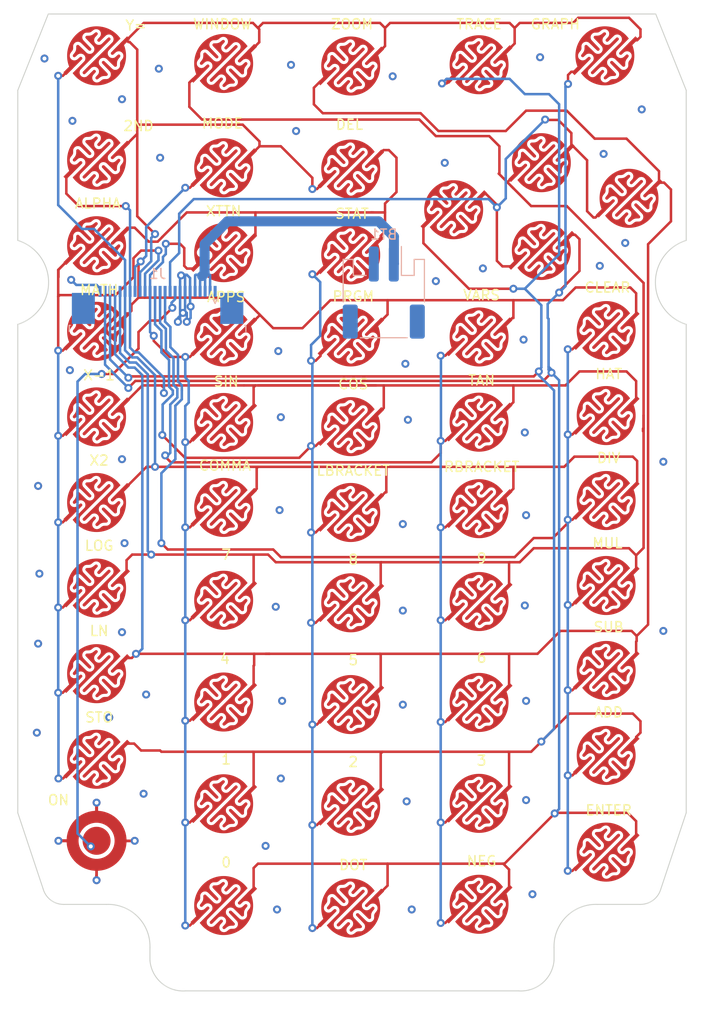
<source format=kicad_pcb>
(kicad_pcb (version 20211014) (generator pcbnew)
  (layers (0 "F.Cu" signal) (31 "B.Cu" signal) (34 "B.Paste" user) (35 "F.Paste" user) (36 "B.SilkS" user "B.Silkscreen") (37 "F.SilkS" user "F.Silkscreen") (38 "B.Mask" user) (39 "F.Mask" user) (44 "Edge.Cuts" user))
  (net 0 "")
  (net 1 "/Keys/KR4")
  (net 2 "/Keys/KC0")
  (net 3 "/Keys/KR5")
  (net 4 "/Keys/KC1")
  (net 5 "Net-(SW13-Pad2)")
  (net 6 "/Keys/KR6")
  (net 7 "/Keys/KR3")
  (net 8 "/Keys/KR2")
  (net 9 "/Keys/KR1")
  (net 10 "/Keys/ON")
  (net 11 "GND")
  (net 12 "/Keys/KC2")
  (net 13 "/Keys/KR0")
  (net 14 "/Keys/KC3")
  (net 15 "/Keys/KC6")
  (net 16 "/Keys/KC4")
  (net 17 "/Keys/KC5")
  (net 18 "/VBAT")
  (footprint "" (layer "F.Cu") (at 136.398 59.309)
    (fp_text reference "")
    (fp_text value "")
  )
  (footprint "keypad:key2" (layer "F.Cu") (at 92.202 39.243)
    (fp_text reference "SW12" hide)
    (fp_text value "MODE")
  )
  (footprint "keypad:key2" (layer "F.Cu") (at 117.729 73.279)
    (fp_text reference "SW35" hide)
    (fp_text value "RBRACKET")
  )
  (footprint "" (layer "F.Cu") (at 73.406 32.639)
    (fp_text reference "")
    (fp_text value "")
  )
  (footprint "keypad:key2" (layer "F.Cu") (at 92.202 92.583)
    (fp_text reference "SW18" hide)
    (fp_text value "4")
  )
  (footprint "" (layer "F.Cu") (at 73.533 59.182)
    (fp_text reference "")
    (fp_text value "")
  )
  (footprint "keypad:key2" (layer "F.Cu") (at 92.202 102.743)
    (fp_text reference "SW19" hide)
    (fp_text value "1")
  )
  (footprint "keypad:key2" (layer "F.Cu") (at 79.502 38.481)
    (fp_text reference "SW2" hide)
    (fp_text value "2ND")
  )
  (footprint "" (layer "F.Cu") (at 79.248 32.893)
    (fp_text reference "")
    (fp_text value "")
  )
  (footprint "keypad:key2" (layer "F.Cu") (at 92.202 82.423)
    (fp_text reference "SW17" hide)
    (fp_text value "7")
  )
  (footprint "keypad:key2" (layer "F.Cu") (at 104.902 73.66)
    (fp_text reference "SW26" hide)
    (fp_text value "LBRACKET")
  )
  (footprint "keypad:key2" (layer "F.Cu") (at 79.502 55.57157)
    (fp_text reference "SW4" hide)
    (fp_text value "MATH")
  )
  (footprint "keypad:key2" (layer "F.Cu") (at 115.189 43.434)
    (fp_text reference "SW31" hide)
    (fp_text value "L" hide)
  )
  (footprint "keypad:key2" (layer "F.Cu") (at 130.429 97.917)
    (fp_text reference "SW48" hide)
    (fp_text value "ADD")
  )
  (footprint "keypad:key2" (layer "F.Cu") (at 104.902 39.37)
    (fp_text reference "SW22" hide)
    (fp_text value "DEL")
  )
  (footprint "keypad:key2" (layer "F.Cu") (at 92.202 112.903)
    (fp_text reference "SW20" hide)
    (fp_text value "0")
  )
  (footprint "keypad:key2" (layer "F.Cu") (at 117.729 102.700666)
    (fp_text reference "SW38" hide)
    (fp_text value "3")
  )
  (footprint "" (layer "F.Cu") (at 129.54 33.782)
    (fp_text reference "")
    (fp_text value "")
  )
  (footprint "keypad:key2" (layer "F.Cu") (at 117.729 92.625333)
    (fp_text reference "SW37" hide)
    (fp_text value "6")
  )
  (footprint "keypad:key2" (layer "F.Cu") (at 104.902 92.837)
    (fp_text reference "SW28" hide)
    (fp_text value "5")
  )
  (footprint "" (layer "F.Cu") (at 136.398 34.798)
    (fp_text reference "")
    (fp_text value "")
  )
  (footprint "keypad:key2" (layer "F.Cu") (at 79.502 98.298)
    (fp_text reference "SW9" hide)
    (fp_text value "STO")
  )
  (footprint "keypad:key2" (layer "F.Cu") (at 117.729 64.643)
    (fp_text reference "SW34" hide)
    (fp_text value "TAN")
  )
  (footprint "keypad:key2" (layer "F.Cu") (at 104.902 47.9425)
    (fp_text reference "SW23" hide)
    (fp_text value "STAT")
  )
  (footprint "keypad:key2" (layer "F.Cu") (at 104.902 113.157)
    (fp_text reference "SW30" hide)
    (fp_text value "DOT")
  )
  (footprint "keypad:key2" (layer "F.Cu") (at 79.502 64.116855)
    (fp_text reference "SW5" hide)
    (fp_text value "X-1")
  )
  (footprint "keypad:key2" (layer "F.Cu") (at 92.202 64.67475)
    (fp_text reference "SW15" hide)
    (fp_text value "SIN")
  )
  (footprint "keypad:key3" (layer "F.Cu") (at 79.502 106.426)
    (fp_text reference "SW10" hide)
    (fp_text value "ON")
  )
  (footprint "keypad:key2" (layer "F.Cu") (at 79.502 89.75271)
    (fp_text reference "SW8" hide)
    (fp_text value "LN")
  )
  (footprint "keypad:key2" (layer "F.Cu") (at 92.202 47.72025)
    (fp_text reference "SW13" hide)
    (fp_text value "XTTN")
  )
  (footprint "keypad:key2" (layer "F.Cu") (at 130.429 107.569)
    (fp_text reference "SW49" hide)
    (fp_text value "ENTER")
  )
  (footprint "keypad:key2" (layer "F.Cu") (at 130.429 89.4334)
    (fp_text reference "SW47" hide)
    (fp_text value "SUB")
  )
  (footprint "" (layer "F.Cu") (at 136.398 93.472)
    (fp_text reference "")
    (fp_text value "")
  )
  (footprint "keypad:key2" (layer "F.Cu") (at 104.902 82.677)
    (fp_text reference "SW27" hide)
    (fp_text value "8")
  )
  (footprint "keypad:key2" (layer "F.Cu") (at 92.202 73.152)
    (fp_text reference "SW16" hide)
    (fp_text value "COMMA")
  )
  (footprint "keypad:key2" (layer "F.Cu") (at 104.902 65.0875)
    (fp_text reference "SW25" hide)
    (fp_text value "COS")
  )
  (footprint "keypad:key2" (layer "F.Cu") (at 117.729 112.776)
    (fp_text reference "SW39" hide)
    (fp_text value "NEG")
  )
  (footprint "keypad:key2" (layer "F.Cu") (at 92.202 28.829)
    (fp_text reference "SW11" hide)
    (fp_text value "WINDOW")
  )
  (footprint "keypad:key2" (layer "F.Cu") (at 123.952 38.735)
    (fp_text reference "SW40" hide)
    (fp_text value "U" hide)
  )
  (footprint "keypad:key2" (layer "F.Cu") (at 79.502 28.067)
    (fp_text reference "SW1" hide)
    (fp_text value "Y=")
  )
  (footprint "keypad:key2" (layer "F.Cu") (at 117.729 28.956)
    (fp_text reference "SW32" hide)
    (fp_text value "TRACE")
  )
  (footprint "keypad:key2" (layer "F.Cu") (at 117.729 82.55)
    (fp_text reference "SW36" hide)
    (fp_text value "9")
  )
  (footprint "keypad:key2" (layer "F.Cu") (at 123.952 47.498)
    (fp_text reference "SW41" hide)
    (fp_text value "D" hide)
  )
  (footprint "keypad:key2" (layer "F.Cu") (at 132.715 42.291)
    (fp_text reference "SW50" hide)
    (fp_text value "R" hide)
  )
  (footprint "keypad:key2" (layer "F.Cu") (at 79.502 47.026285)
    (fp_text reference "SW3" hide)
    (fp_text value "ALPHA")
  )
  (footprint "keypad:key2" (layer "F.Cu") (at 130.429 63.9826)
    (fp_text reference "SW44" hide)
    (fp_text value "HAT")
  )
  (footprint "keypad:key2" (layer "F.Cu") (at 130.429 80.9498)
    (fp_text reference "SW46" hide)
    (fp_text value "MUL")
  )
  (footprint "keypad:key2" (layer "F.Cu") (at 130.429 55.499)
    (fp_text reference "SW43" hide)
    (fp_text value "CLEAR")
  )
  (footprint "keypad:key2" (layer "F.Cu") (at 117.729 56.134)
    (fp_text reference "SW33" hide)
    (fp_text value "VARS")
  )
  (footprint "" (layer "F.Cu") (at 117.602 33.782)
    (fp_text reference "")
    (fp_text value "")
  )
  (footprint "keypad:key2" (layer "F.Cu") (at 79.502 72.66214)
    (fp_text reference "SW6" hide)
    (fp_text value "X2")
  )
  (footprint "keypad:key2" (layer "F.Cu") (at 104.902 56.134)
    (fp_text reference "SW24" hide)
    (fp_text value "PRGM")
  )
  (footprint "keypad:key2" (layer "F.Cu") (at 92.202 56.134)
    (fp_text reference "SW14" hide)
    (fp_text value "APPS")
  )
  (footprint "keypad:key2" (layer "F.Cu") (at 104.902 102.997)
    (fp_text reference "SW29" hide)
    (fp_text value "2")
  )
  (footprint "keypad:key2" (layer "F.Cu") (at 130.429 72.4662)
    (fp_text reference "SW45" hide)
    (fp_text value "DIV")
  )
  (footprint "keypad:key2" (layer "F.Cu") (at 130.302 28.067)
    (fp_text reference "SW42" hide)
    (fp_text value "GRAPH")
  )
  (footprint "keypad:key2" (layer "F.Cu") (at 104.902 29.083)
    (fp_text reference "SW21" hide)
    (fp_text value "ZOOM")
  )
  (footprint "" (layer "F.Cu") (at 134.874 101.981)
    (fp_text reference "")
    (fp_text value "")
  )
  (footprint "keypad:key2" (layer "F.Cu") (at 79.502 81.207425)
    (fp_text reference "SW7" hide)
    (fp_text value "LOG")
  )
  (footprint "" (layer "F.Cu") (at 79.629 33.528)
    (fp_text reference "")
    (fp_text value "")
  )
  (footprint "" (layer "F.Cu") (at 98.552 51.943)
    (fp_text reference "")
    (fp_text value "")
  )
  (footprint "" (layer "F.Cu") (at 73.533 93.345)
    (fp_text reference "")
    (fp_text value "")
  )
  (footprint "Connector_FFC-FPC:TE_2-1734839-4_1x24-1MP_P0.5mm_Horizontal" (layer "B.Cu") (at 85.598 52.923 180)
    (fp_text reference "J1")
    (fp_text value "Conn_01x24_Male")
  )
  (footprint "Connector_JST:JST_PH_S2B-PH-SM4-TB_1x02-1MP_P2.00mm_Horizontal" (layer "B.Cu") (at 108.204 51.689 180)
    (fp_text reference "BT1")
    (fp_text value "Battery_Cell")
  )
  (gr_line (start 135.382 23.876) (end 138.43 31.496) (layer "Edge.Cuts") (width 0.1))
  (gr_line (start 71.628 54.864) (end 71.628 103.632) (layer "Edge.Cuts") (width 0.1))
  (gr_arc (start 88.392 121.411999) (mid 85.985933 120.620744) (end 84.836 118.364) (layer "Edge.Cuts") (width 0.1))
  (gr_line (start 84.836 117.094) (end 84.836 118.364) (layer "Edge.Cuts") (width 0.1))
  (gr_line (start 129.54 112.776) (end 133.858 112.776) (layer "Edge.Cuts") (width 0.1))
  (gr_line (start 74.676 23.876) (end 107.442 23.876) (layer "Edge.Cuts") (width 0.1))
  (gr_arc (start 76.2 112.776) (mid 74.93 112.352667) (end 74.168 111.252) (layer "Edge.Cuts") (width 0.1))
  (gr_line (start 88.392 121.411999) (end 121.666 121.411999) (layer "Edge.Cuts") (width 0.1))
  (gr_arc (start 71.628 46.482001) (mid 74.706326 50.673) (end 71.628 54.864) (layer "Edge.Cuts") (width 0.1))
  (gr_line (start 71.628 31.496) (end 74.676 23.876) (layer "Edge.Cuts") (width 0.1))
  (gr_line (start 71.628 31.496) (end 71.628 46.482) (layer "Edge.Cuts") (width 0.1))
  (gr_line (start 135.89 111.252) (end 138.43 103.632) (layer "Edge.Cuts") (width 0.1))
  (gr_line (start 138.43 103.632) (end 138.43 54.864) (layer "Edge.Cuts") (width 0.1))
  (gr_line (start 138.43 46.482) (end 138.43 31.496) (layer "Edge.Cuts") (width 0.1))
  (gr_arc (start 125.222 117.094) (mid 126.446517 114.000517) (end 129.54 112.776) (layer "Edge.Cuts") (width 0.1))
  (gr_line (start 76.2 112.776) (end 80.518 112.776) (layer "Edge.Cuts") (width 0.1))
  (gr_line (start 71.628 103.632) (end 74.168 111.252) (layer "Edge.Cuts") (width 0.1))
  (gr_arc (start 138.43 54.864) (mid 135.351672 50.673) (end 138.43 46.482001) (layer "Edge.Cuts") (width 0.1))
  (gr_arc (start 80.518 112.776) (mid 83.611491 114.000509) (end 84.836 117.094) (layer "Edge.Cuts") (width 0.1))
  (gr_arc (start 125.222 118.364) (mid 124.072067 120.620745) (end 121.666 121.411999) (layer "Edge.Cuts") (width 0.1))
  (gr_line (start 125.222 118.364) (end 125.222 117.094) (layer "Edge.Cuts") (width 0.1))
  (gr_arc (start 135.89 111.252) (mid 135.128 112.352667) (end 133.858 112.776) (layer "Edge.Cuts") (width 0.1))
  (gr_line (start 107.442 23.876) (end 135.382 23.876) (layer "Edge.Cuts") (width 0.1))
  (via (at 82.042 85.598) (size 0.8) (drill 0.4) (layers "F.Cu" "B.Cu") (net 0))
  (via (at 110.109 92.837) (size 0.8) (drill 0.4) (layers "F.Cu" "B.Cu") (net 0))
  (via (at 97.409 83.058) (size 0.8) (drill 0.4) (layers "F.Cu" "B.Cu") (net 0))
  (segment (start 95.631 69.088) (end 108.458 69.088) (width 0.25) (layer "F.Cu") (net 1))
  (segment (start 95.504 69.215) (end 95.631 69.088) (width 0.25) (layer "F.Cu") (net 1))
  (segment (start 95.1992 71.5772) (end 95.504 71.2724) (width 0.25) (layer "F.Cu") (net 1))
  (segment (start 108.3564 71.628) (end 108.458 71.628) (width 0.25) (layer "F.Cu") (net 1))
  (segment (start 133.4262 70.8914) (end 133.5278 70.7898) (width 0.25) (layer "F.Cu") (net 1))
  (segment (start 85.344 69.088) (end 95.631 69.088) (width 0.25) (layer "F.Cu") (net 1))
  (segment (start 121.158 71.2724) (end 121.158 69.088) (width 0.25) (layer "F.Cu") (net 1))
  (segment (start 82.4992 71.08734) (end 84.49854 69.088) (width 0.25) (layer "F.Cu") (net 1))
  (segment (start 76.454 29.718) (end 76.1238 30.0482) (width 0.25) (layer "F.Cu") (net 1))
  (segment (start 126.238 69.088) (end 121.158 69.088) (width 0.25) (layer "F.Cu") (net 1))
  (segment (start 120.7262 71.7042) (end 121.158 71.2724) (width 0.25) (layer "F.Cu") (net 1))
  (segment (start 133.5278 68.5038) (end 133.096 68.072) (width 0.25) (layer "F.Cu") (net 1))
  (segment (start 95.504 71.2724) (end 95.504 69.215) (width 0.25) (layer "F.Cu") (net 1))
  (segment (start 133.096 68.072) (end 127.254 68.072) (width 0.25) (layer "F.Cu") (net 1))
  (segment (start 84.49854 69.088) (end 85.344 69.088) (width 0.25) (layer "F.Cu") (net 1))
  (segment (start 76.1238 30.0482) (end 75.6666 30.0482) (width 0.25) (layer "F.Cu") (net 1))
  (segment (start 107.8992 72.0852) (end 108.3564 71.628) (width 0.25) (layer "F.Cu") (net 1))
  (segment (start 127.254 68.072) (end 126.238 69.088) (width 0.25) (layer "F.Cu") (net 1))
  (segment (start 108.458 69.088) (end 121.158 69.088) (width 0.25) (layer "F.Cu") (net 1))
  (segment (start 133.5278 70.7898) (end 133.5278 68.5038) (width 0.25) (layer "F.Cu") (net 1))
  (segment (start 108.458 71.628) (end 108.458 69.088) (width 0.25) (layer "F.Cu") (net 1))
  (via (at 75.6666 30.0482) (size 0.8) (drill 0.4) (layers "F.Cu" "B.Cu") (net 1))
  (via (at 85.344 69.088) (size 0.8) (drill 0.4) (layers "F.Cu" "B.Cu") (net 1))
  (segment (start 82.348 51.573) (end 82.348 48.439) (width 0.25) (layer "B.Cu") (net 1))
  (segment (start 83.568792 58.166) (end 85.344 59.941208) (width 0.25) (layer "B.Cu") (net 1))
  (segment (start 82.348 48.439) (end 82.042 48.133) (width 0.25) (layer "B.Cu") (net 1))
  (segment (start 75.6666 42.9514) (end 78.0542 45.339) (width 0.25) (layer "B.Cu") (net 1))
  (segment (start 75.6666 30.0482) (end 75.6666 42.9514) (width 0.25) (layer "B.Cu") (net 1))
  (segment (start 82.348 51.573) (end 82.348 57.456) (width 0.25) (layer "B.Cu") (net 1))
  (segment (start 83.058 58.166) (end 83.568792 58.166) (width 0.25) (layer "B.Cu") (net 1))
  (segment (start 82.348 57.456) (end 83.058 58.166) (width 0.25) (layer "B.Cu") (net 1))
  (segment (start 85.344 69.088) (end 85.344 60.579) (width 0.25) (layer "B.Cu") (net 1))
  (segment (start 85.344 59.941208) (end 85.344 60.579) (width 0.25) (layer "B.Cu") (net 1))
  (segment (start 78.0542 45.339) (end 79.248 45.339) (width 0.25) (layer "B.Cu") (net 1))
  (segment (start 79.248 45.339) (end 82.042 48.133) (width 0.25) (layer "B.Cu") (net 1))
  (segment (start 133.5278 26.4922) (end 133.2992 26.4922) (width 0.25) (layer "F.Cu") (net 2))
  (segment (start 83.566 44.069) (end 83.566 35.8394) (width 0.25) (layer "F.Cu") (net 2))
  (segment (start 120.777 24.765) (end 121.285 25.273) (width 0.25) (layer "F.Cu") (net 2))
  (segment (start 82.4992 26.4922) (end 84.2264 24.765) (width 0.25) (layer "F.Cu") (net 2))
  (segment (start 83.566 34.798) (end 83.566 27.432) (width 0.25) (layer "F.Cu") (net 2))
  (segment (start 101.5238 41.3512) (end 101.0666 41.3512) (width 0.25) (layer "F.Cu") (net 2))
  (segment (start 108.331 27.0764) (end 108.331 25.273) (width 0.25) (layer "F.Cu") (net 2))
  (segment (start 95.758 25.4) (end 95.631 25.273) (width 0.25) (layer "F.Cu") (net 2))
  (segment (start 95.7834 37.084) (end 95.7834 36.6014) (width 0.25) (layer "F.Cu") (net 2))
  (segment (start 121.793 24.765) (end 127.127 24.765) (width 0.25) (layer "F.Cu") (net 2))
  (segment (start 107.823 24.765) (end 108.331 25.273) (width 0.25) (layer "F.Cu") (net 2))
  (segment (start 84.2264 24.765) (end 95.123 24.765) (width 0.25) (layer "F.Cu") (net 2))
  (segment (start 94.107 34.925) (end 83.693 34.925) (width 0.25) (layer "F.Cu") (net 2))
  (segment (start 108.331 25.273) (end 108.839 24.765) (width 0.25) (layer "F.Cu") (net 2))
  (segment (start 121.285 26.8224) (end 121.285 25.273) (width 0.25) (layer "F.Cu") (net 2))
  (segment (start 133.858 25.4) (end 133.858 26.162) (width 0.25) (layer "F.Cu") (net 2))
  (segment (start 85.344 45.847) (end 83.566 44.069) (width 0.25) (layer "F.Cu") (net 2))
  (segment (start 95.123 24.765) (end 95.631 25.273) (width 0.25) (layer "F.Cu") (net 2))
  (segment (start 120.7262 27.3812) (end 121.285 26.8224) (width 0.25) (layer "F.Cu") (net 2))
  (segment (start 101.854 41.021) (end 101.5238 41.3512) (width 0.25) (layer "F.Cu") (net 2))
  (segment (start 133.858 26.162) (end 133.5278 26.4922) (width 0.25) (layer "F.Cu") (net 2))
  (segment (start 107.8992 27.5082) (end 108.331 27.0764) (width 0.25) (layer "F.Cu") (net 2))
  (segment (start 95.631 25.273) (end 96.139 24.765) (width 0.25) (layer "F.Cu") (net 2))
  (segment (start 108.839 24.765) (end 120.777 24.765) (width 0.25) (layer "F.Cu") (net 2))
  (segment (start 95.7834 37.084) (end 97.917 37.084) (width 0.25) (layer "F.Cu") (net 2))
  (segment (start 127.635 24.257) (end 132.715 24.257) (width 0.25) (layer "F.Cu") (net 2))
  (segment (start 96.139 24.765) (end 107.823 24.765) (width 0.25) (layer "F.Cu") (net 2))
  (segment (start 82.677 26.67) (end 82.4992 26.4922) (width 0.25) (layer "F.Cu") (net 2))
  (segment (start 132.715 24.257) (end 133.858 25.4) (width 0.25) (layer "F.Cu") (net 2))
  (segment (start 95.1992 27.2542) (end 95.758 26.6954) (width 0.25) (layer "F.Cu") (net 2))
  (segment (start 83.693 34.925) (end 83.566 34.798) (width 0.25) (layer "F.Cu") (net 2))
  (segment (start 97.917 37.084) (end 101.0666 40.2336) (width 0.25) (layer "F.Cu") (net 2))
  (segment (start 83.566 35.8394) (end 83.566 34.798) (width 0.25) (layer "F.Cu") (net 2))
  (segment (start 95.758 26.6954) (end 95.758 25.4) (width 0.25) (layer "F.Cu") (net 2))
  (segment (start 83.566 27.432) (end 82.804 26.67) (width 0.25) (layer "F.Cu") (net 2))
  (segment (start 127.127 24.765) (end 127.635 24.257) (width 0.25) (layer "F.Cu") (net 2))
  (segment (start 95.1992 37.6682) (end 95.7834 37.084) (width 0.25) (layer "F.Cu") (net 2))
  (segment (start 82.804 26.67) (end 82.677 26.67) (width 0.25) (layer "F.Cu") (net 2))
  (segment (start 82.4992 36.9062) (end 83.566 35.8394) (width 0.25) (layer "F.Cu") (net 2))
  (segment (start 121.285 25.273) (end 121.793 24.765) (width 0.25) (layer "F.Cu") (net 2))
  (segment (start 101.0666 40.2336) (end 101.0666 41.3512) (width 0.25) (layer "F.Cu") (net 2))
  (segment (start 95.7834 36.6014) (end 94.107 34.925) (width 0.25) (layer "F.Cu") (net 2))
  (via (at 85.344 45.847) (size 0.8) (drill 0.4) (layers "F.Cu" "B.Cu") (net 2))
  (via (at 101.0666 41.3512) (size 0.8) (drill 0.4) (layers "F.Cu" "B.Cu") (net 2))
  (segment (start 85.344 45.593) (end 85.344 45.847) (width 0.25) (layer "B.Cu") (net 2))
  (segment (start 83.848 49.668604) (end 84.963 48.553604) (width 0.25) (layer "B.Cu") (net 2))
  (segment (start 83.848 51.573) (end 83.848 49.668604) (width 0.25) (layer "B.Cu") (net 2))
  (segment (start 84.963 46.228) (end 85.344 45.847) (width 0.25) (layer "B.Cu") (net 2))
  (segment (start 84.963 48.553604) (end 84.963 46.228) (width 0.25) (layer "B.Cu") (net 2))
  (segment (start 76.4794 41.8084) (end 76.4794 40.0558) (width 0.25) (layer "F.Cu") (net 3))
  (segment (start 126.365 60.96) (end 127.762 59.563) (width 0.25) (layer "F.Cu") (net 3))
  (segment (start 84.074 60.96) (end 85.979 60.96) (width 0.25) (layer "F.Cu") (net 3))
  (segment (start 77.724 43.053) (end 76.4794 41.8084) (width 0.25) (layer "F.Cu") (net 3))
  (segment (start 108.204 63.2079) (end 108.204 60.96) (width 0.25) (layer "F.Cu") (net 3))
  (segment (start 95.377 60.96) (end 121.158 60.96) (width 0.25) (layer "F.Cu") (net 3))
  (segment (start 83.693 61.341) (end 84.074 60.96) (width 0.25) (layer "F.Cu") (net 3))
  (segment (start 85.979 60.96) (end 94.234 60.96) (width 0.25) (layer "F.Cu") (net 3))
  (segment (start 121.158 60.96) (end 126.365 60.96) (width 0.25) (layer "F.Cu") (net 3))
  (segment (start 83.693 61.348255) (end 83.693 61.341) (width 0.25) (layer "F.Cu") (net 3))
  (segment (start 133.4262 60.5282) (end 133.4262 62.4078) (width 0.25) (layer "F.Cu") (net 3))
  (segment (start 95.1992 63.09995) (end 95.1992 61.1378) (width 0.25) (layer "F.Cu") (net 3))
  (segment (start 132.461 59.563) (end 133.4262 60.5282) (width 0.25) (layer "F.Cu") (net 3))
  (segment (start 94.234 60.96) (end 95.377 60.96) (width 0.25) (layer "F.Cu") (net 3))
  (segment (start 120.7262 63.0682) (end 121.158 62.6364) (width 0.25) (layer "F.Cu") (net 3))
  (segment (start 82.4992 62.542055) (end 83.693 61.348255) (width 0.25) (layer "F.Cu") (net 3))
  (segment (start 86.233 61.722) (end 86.233 61.214) (width 0.25) (layer "F.Cu") (net 3))
  (segment (start 127.762 59.563) (end 132.461 59.563) (width 0.25) (layer "F.Cu") (net 3))
  (segment (start 121.158 62.6364) (end 121.158 60.96) (width 0.25) (layer "F.Cu") (net 3))
  (segment (start 82.423 43.053) (end 77.724 43.053) (width 0.25) (layer "F.Cu") (net 3))
  (segment (start 107.8992 63.5127) (end 108.204 63.2079) (width 0.25) (layer "F.Cu") (net 3))
  (segment (start 86.233 61.214) (end 85.979 60.96) (width 0.25) (layer "F.Cu") (net 3))
  (segment (start 95.1992 61.1378) (end 95.377 60.96) (width 0.25) (layer "F.Cu") (net 3))
  (segment (start 95.631 60.96) (end 107.442 60.96) (width 0.25) (layer "F.Cu") (net 3))
  (via (at 82.423 43.053) (size 0.8) (drill 0.4) (layers "F.Cu" "B.Cu") (net 3))
  (via (at 86.233 61.722) (size 0.8) (drill 0.4) (layers "F.Cu" "B.Cu") (net 3))
  (segment (start 86.233 60.193812) (end 86.233 60.833) (width 0.25) (layer "B.Cu") (net 3))
  (segment (start 83.312 57.658) (end 83.697188 57.658) (width 0.25) (layer "B.Cu") (net 3))
  (segment (start 82.7405 43.3705) (end 82.423 43.053) (width 0.25) (layer "B.Cu") (net 3))
  (segment (start 82.848 51.573) (end 82.848 43.478) (width 0.25) (layer "B.Cu") (net 3))
  (segment (start 86.233 61.722) (end 86.233 60.833) (width 0.25) (layer "B.Cu") (net 3))
  (segment (start 83.697188 57.658) (end 86.233 60.193812) (width 0.25) (layer "B.Cu") (net 3))
  (segment (start 82.848 51.573) (end 82.848 57.194) (width 0.25) (layer "B.Cu") (net 3))
  (segment (start 82.848 43.478) (end 82.7405 43.3705) (width 0.25) (layer "B.Cu") (net 3))
  (segment (start 82.848 57.194) (end 83.312 57.658) (width 0.25) (layer "B.Cu") (net 3))
  (segment (start 75.6666 49.4284) (end 76.3905 48.7045) (width 0.25) (layer "F.Cu") (net 4))
  (segment (start 76.1492 100.203) (end 75.692 100.203) (width 0.25) (layer "F.Cu") (net 4))
  (segment (start 85.6875 47.498) (end 83.947 47.498) (width 0.25) (layer "F.Cu") (net 4))
  (segment (start 76.1238 74.6252) (end 75.6666 74.6252) (width 0.25) (layer "F.Cu") (net 4))
  (segment (start 75.692 50.165) (end 75.692 49.403) (width 0.25) (layer "F.Cu") (net 4))
  (segment (start 76.454 82.804) (end 76.1238 83.1342) (width 0.25) (layer "F.Cu") (net 4))
  (segment (start 76.4794 99.8728) (end 76.1492 100.203) (width 0.25) (layer "F.Cu") (net 4))
  (segment (start 76.1238 57.4802) (end 75.6666 57.4802) (width 0.25) (layer "F.Cu") (net 4))
  (segment (start 76.454 74.295) (end 76.1238 74.6252) (width 0.25) (layer "F.Cu") (net 4))
  (segment (start 75.692 49.403) (end 76.3905 48.7045) (width 0.25) (layer "F.Cu") (net 4))
  (segment (start 76.454 65.659) (end 76.1238 65.9892) (width 0.25) (layer "F.Cu") (net 4))
  (segment (start 76.454 91.313) (end 76.1238 91.6432) (width 0.25) (layer "F.Cu") (net 4))
  (segment (start 77.851 51.943) (end 75.819 51.943) (width 0.25) (layer "F.Cu") (net 4))
  (segment (start 75.6666 52.0954) (end 75.6666 49.4284) (width 0.25) (layer "F.Cu") (net 4))
  (segment (start 76.454 57.15) (end 76.1238 57.4802) (width 0.25) (layer "F.Cu") (net 4))
  (segment (start 76.1238 91.6432) (end 75.6666 91.6432) (width 0.25) (layer "F.Cu") (net 4))
  (segment (start 76.1238 83.1342) (end 75.6666 83.1342) (width 0.25) (layer "F.Cu") (net 4))
  (segment (start 83.185 50.165) (end 81.407 51.943) (width 0.25) (layer "F.Cu") (net 4))
  (segment (start 75.819 51.943) (end 75.6666 52.0954) (width 0.25) (layer "F.Cu") (net 4))
  (segment (start 81.407 51.943) (end 77.851 51.943) (width 0.25) (layer "F.Cu") (net 4))
  (segment (start 76.1238 65.9892) (end 75.6666 65.9892) (width 0.25) (layer "F.Cu") (net 4))
  (segment (start 83.185 48.26) (end 83.185 50.165) (width 0.25) (layer "F.Cu") (net 4))
  (segment (start 77.851 51.943) (end 77.47 51.943) (width 0.25) (layer "F.Cu") (net 4))
  (segment (start 75.6666 57.4802) (end 75.6666 52.0954) (width 0.25) (layer "F.Cu") (net 4))
  (segment (start 83.947 47.498) (end 83.185 48.26) (width 0.25) (layer "F.Cu") (net 4))
  (segment (start 76.454 48.641) (end 76.3905 48.7045) (width 0.25) (layer "F.Cu") (net 4))
  (via (at 75.6666 74.6252) (size 0.8) (drill 0.4) (layers "F.Cu" "B.Cu") (net 4))
  (via (at 75.6666 91.6432) (size 0.8) (drill 0.4) (layers "F.Cu" "B.Cu") (net 4))
  (via (at 75.6666 65.9892) (size 0.8) (drill 0.4) (layers "F.Cu" "B.Cu") (net 4))
  (via (at 75.6666 57.4802) (size 0.8) (drill 0.4) (layers "F.Cu" "B.Cu") (net 4))
  (via (at 85.6875 47.498) (size 0.8) (drill 0.4) (layers "F.Cu" "B.Cu") (net 4))
  (via (at 75.692 100.203) (size 0.8) (drill 0.4) (layers "F.Cu" "B.Cu") (net 4))
  (via (at 75.6666 83.1342) (size 0.8) (drill 0.4) (layers "F.Cu" "B.Cu") (net 4))
  (segment (start 84.348 49.805) (end 85.6875 48.4655) (width 0.25) (layer "B.Cu") (net 4))
  (segment (start 75.692 100.203) (end 75.692 91.6686) (width 0.25) (layer "B.Cu") (net 4))
  (segment (start 75.6666 91.6432) (end 75.6666 57.4802) (width 0.25) (layer "B.Cu") (net 4))
  (segment (start 75.692 91.6686) (end 75.6666 91.6432) (width 0.25) (layer "B.Cu") (net 4))
  (segment (start 84.348 51.573) (end 84.348 49.805) (width 0.25) (layer "B.Cu") (net 4))
  (segment (start 85.6875 48.4655) (end 85.6875 47.498) (width 0.25) (layer "B.Cu") (net 4))
  (segment (start 75.8698 57.4802) (end 75.6666 57.4802) (width 0.25) (layer "B.Cu") (net 4))
  (segment (start 108.331 44.831) (end 108.331 44.958) (width 0.25) (layer "F.Cu") (net 5))
  (segment (start 85.607305 46.609) (end 86.069 46.147305) (width 0.25) (layer "F.Cu") (net 5))
  (segment (start 86.069 46.138) (end 88.519 43.688) (width 0.25) (layer "F.Cu") (net 5))
  (segment (start 109.474 41.656) (end 109.474 38.227) (width 0.25) (layer "F.Cu") (net 5))
  (segment (start 86.069 46.147305) (end 86.069 46.138) (width 0.25) (layer "F.Cu") (net 5))
  (segment (start 95.377 43.688) (end 106.934 43.688) (width 0.25) (layer "F.Cu") (net 5))
  (segment (start 108.331 42.799) (end 109.474 41.656) (width 0.25) (layer "F.Cu") (net 5))
  (segment (start 109.474 38.227) (end 108.712 37.465) (width 0.25) (layer "F.Cu") (net 5))
  (segment (start 82.738685 45.212) (end 83.312 45.212) (width 0.25) (layer "F.Cu") (net 5))
  (segment (start 95.377 45.96765) (end 95.377 43.688) (width 0.25) (layer "F.Cu") (net 5))
  (segment (start 108.331 43.688) (end 108.331 44.958) (width 0.25) (layer "F.Cu") (net 5))
  (segment (start 108.1786 37.465) (end 107.7468 37.8968) (width 0.25) (layer "F.Cu") (net 5))
  (segment (start 88.519 43.688) (end 95.377 43.688) (width 0.25) (layer "F.Cu") (net 5))
  (segment (start 108.712 37.465) (end 108.1786 37.465) (width 0.25) (layer "F.Cu") (net 5))
  (segment (start 82.4992 45.451485) (end 82.738685 45.212) (width 0.25) (layer "F.Cu") (net 5))
  (segment (start 108.331 44.958) (end 108.331 45.593) (width 0.25) (layer "F.Cu") (net 5))
  (segment (start 83.312 45.212) (end 84.709 46.609) (width 0.25) (layer "F.Cu") (net 5))
  (segment (start 107.8992 46.0248) (end 107.8992 46.3677) (width 0.25) (layer "F.Cu") (net 5))
  (segment (start 108.331 42.799) (end 108.331 43.688) (width 0.25) (layer "F.Cu") (net 5))
  (segment (start 95.1992 46.14545) (end 95.377 45.96765) (width 0.25) (layer "F.Cu") (net 5))
  (segment (start 108.331 45.593) (end 107.8992 46.0248) (width 0.25) (layer "F.Cu") (net 5))
  (segment (start 106.934 43.688) (end 107.188 43.688) (width 0.25) (layer "F.Cu") (net 5))
  (segment (start 84.709 46.609) (end 85.607305 46.609) (width 0.25) (layer "F.Cu") (net 5))
  (segment (start 106.934 43.688) (end 108.331 43.688) (width 0.25) (layer "F.Cu") (net 5))
  (segment (start 97.155 55.245) (end 100.076 55.245) (width 0.25) (layer "F.Cu") (net 6))
  (segment (start 107.8992 54.5592) (end 108.585 53.8734) (width 0.25) (layer "F.Cu") (net 6))
  (segment (start 84.29897 52.197) (end 94.107 52.197) (width 0.25) (layer "F.Cu") (net 6))
  (segment (start 132.842 51.181) (end 127.381 51.181) (width 0.25) (layer "F.Cu") (net 6))
  (segment (start 95.8215 53.9369) (end 95.8215 53.9115) (width 0.25) (layer "F.Cu") (net 6))
  (segment (start 127.381 51.181) (end 126.111 52.451) (width 0.25) (layer "F.Cu") (net 6))
  (segment (start 133.4262 51.7652) (end 132.842 51.181) (width 0.25) (layer "F.Cu") (net 6))
  (segment (start 102.87 52.451) (end 108.585 52.451) (width 0.25) (layer "F.Cu") (net 6))
  (segment (start 95.1992 54.5592) (end 95.8215 53.9369) (width 0.25) (layer "F.Cu") (net 6))
  (segment (start 89.154 40.894) (end 88.8238 41.2242) (width 0.25) (layer "F.Cu") (net 6))
  (segment (start 94.107 52.197) (end 95.8215 53.9115) (width 0.25) (layer "F.Cu") (net 6))
  (segment (start 126.111 52.451) (end 121.158 52.451) (width 0.25) (layer "F.Cu") (net 6))
  (segment (start 100.076 55.245) (end 102.87 52.451) (width 0.25) (layer "F.Cu") (net 6))
  (segment (start 121.158 54.229) (end 121.158 52.451) (width 0.25) (layer "F.Cu") (net 6))
  (segment (start 83.9095 48.581799) (end 83.693 48.798299) (width 0.25) (layer "F.Cu") (net 6))
  (segment (start 82.979985 52.910015) (end 83.693 52.197) (width 0.25) (layer "F.Cu") (net 6))
  (segment (start 120.7262 54.5592) (end 121.0564 54.229) (width 0.25) (layer "F.Cu") (net 6))
  (segment (start 121.0564 54.229) (end 121.158 54.229) (width 0.25) (layer "F.Cu") (net 6))
  (segment (start 95.8215 53.9115) (end 97.155 55.245) (width 0.25) (layer "F.Cu") (net 6))
  (segment (start 133.4262 53.9242) (end 133.4262 51.7652) (width 0.25) (layer "F.Cu") (net 6))
  (segment (start 108.585 53.8734) (end 108.585 52.451) (width 0.25) (layer "F.Cu") (net 6))
  (segment (start 82.979985 53.515985) (end 82.979985 52.910015) (width 0.25) (layer "F.Cu") (net 6))
  (segment (start 82.4992 53.99677) (end 82.979985 53.515985) (width 0.25) (layer "F.Cu") (net 6))
  (segment (start 83.693 52.197) (end 84.29897 52.197) (width 0.25) (layer "F.Cu") (net 6))
  (segment (start 108.585 52.451) (end 121.158 52.451) (width 0.25) (layer "F.Cu") (net 6))
  (segment (start 88.8238 41.2242) (end 88.3666 41.2242) (width 0.25) (layer "F.Cu") (net 6))
  (segment (start 83.693 48.798299) (end 83.693 52.197) (width 0.25) (layer "F.Cu") (net 6))
  (via (at 83.9095 48.581799) (size 0.8) (drill 0.4) (layers "F.Cu" "B.Cu") (net 6))
  (via (at 88.3666 41.2242) (size 0.8) (drill 0.4) (layers "F.Cu" "B.Cu") (net 6))
  (segment (start 83.9095 48.581799) (end 84.4615 48.029799) (width 0.25) (layer "B.Cu") (net 6))
  (segment (start 84.4615 48.029799) (end 84.4615 45.1293) (width 0.25) (layer "B.Cu") (net 6))
  (segment (start 84.4615 45.1293) (end 88.3666 41.2242) (width 0.25) (layer "B.Cu") (net 6))
  (segment (start 83.9095 48.581799) (end 83.348 49.143299) (width 0.25) (layer "B.Cu") (net 6))
  (segment (start 83.348 49.143299) (end 83.348 51.573) (width 0.25) (layer "B.Cu") (net 6))
  (segment (start 96.647 77.851) (end 97.409 78.613) (width 0.25) (layer "F.Cu") (net 7))
  (segment (start 134.17 65.22) (end 134.17 63.939) (width 0.25) (layer "F.Cu") (net 7))
  (segment (start 107.8992 78.6638) (end 107.95 78.613) (width 0.25) (layer "F.Cu") (net 7))
  (segment (start 121.158 41.275) (end 122.936 43.053) (width 0.25) (layer "F.Cu") (net 7))
  (segment (start 111.76 34.417) (end 90.043 34.417) (width 0.25) (layer "F.Cu") (net 7))
  (segment (start 107.8992 81.1022) (end 107.8992 78.6638) (width 0.25) (layer "F.Cu") (net 7))
  (segment (start 119.6975 39.8145) (end 119.761 39.751) (width 0.25) (layer "F.Cu") (net 7))
  (segment (start 88.773 30.734) (end 88.9635 30.5435) (width 0.25) (layer "F.Cu") (net 7))
  (segment (start 121.793 78.613) (end 123.19 77.216) (width 0.25) (layer "F.Cu") (net 7))
  (segment (start 119.761 37.084) (end 118.745 36.068) (width 0.25) (layer "F.Cu") (net 7))
  (segment (start 134.112 65.278) (end 134.17 65.22) (width 0.25) (layer "F.Cu") (net 7))
  (segment (start 90.043 34.417) (end 88.773 33.147) (width 0.25) (layer "F.Cu") (net 7))
  (segment (start 122.936 43.053) (end 126.492 43.053) (width 0.25) (layer "F.Cu") (net 7))
  (segment (start 126.492 43.053) (end 134.17 50.731) (width 0.25) (layer "F.Cu") (net 7))
  (segment (start 120.7262 80.9752) (end 120.7262 78.6638) (width 0.25) (layer "F.Cu") (net 7))
  (segment (start 95.1992 77.9018) (end 95.25 77.851) (width 0.25) (layer "F.Cu") (net 7))
  (segment (start 107.95 78.613) (end 120.777 78.613) (width 0.25) (layer "F.Cu") (net 7))
  (segment (start 134.17 63.939) (end 134.17 77.1834) (width 0.25) (layer "F.Cu") (net 7))
  (segment (start 83.058 77.851) (end 84.963 77.851) (width 0.25) (layer "F.Cu") (net 7))
  (segment (start 88.9635 30.5435) (end 88.8238 30.6832) (width 0.25) (layer "F.Cu") (net 7))
  (segment (start 120.7262 78.6638) (end 120.777 78.613) (width 0.25) (layer "F.Cu") (net 7))
  (segment (start 120.5865 40.6527) (end 120.5865 40.7035) (width 0.25) (layer "F.Cu") (net 7))
  (segment (start 123.19 77.216) (end 132.715 77.216) (width 0.25) (layer "F.Cu") (net 7))
  (segment (start 113.411 36.068) (end 111.76 34.417) (width 0.25) (layer "F.Cu") (net 7))
  (segment (start 134.17 50.731) (end 134.17 63.939) (width 0.25) (layer "F.Cu") (net 7))
  (segment (start 88.773 33.147) (end 88.773 30.734) (width 0.25) (layer "F.Cu") (net 7))
  (segment (start 119.761 39.751) (end 119.761 37.084) (width 0.25) (layer "F.Cu") (net 7))
  (segment (start 120.5865 40.7035) (end 119.6975 39.8145) (width 0.25) (layer "F.Cu") (net 7))
  (segment (start 82.4992 78.4098) (end 83.058 77.851) (width 0.25) (layer "F.Cu") (net 7))
  (segment (start 84.963 77.851) (end 95.25 77.851) (width 0.25) (layer "F.Cu") (net 7))
  (segment (start 118.745 36.068) (end 113.411 36.068) (width 0.25) (layer "F.Cu") (net 7))
  (segment (start 133.4262 77.9272) (end 132.715 77.216) (width 0.25) (layer "F.Cu") (net 7))
  (segment (start 133.4262 77.9272) (end 133.4262 79.375) (width 0.25) (layer "F.Cu") (net 7))
  (segment (start 95.25 77.851) (end 96.647 77.851) (width 0.25) (layer "F.Cu") (net 7))
  (segment (start 134.17 77.1834) (end 133.4262 77.9272) (width 0.25) (layer "F.Cu") (net 7))
  (segment (start 95.1992 80.8482) (end 95.1992 77.9018) (width 0.25) (layer "F.Cu") (net 7))
  (segment (start 120.777 78.613) (end 121.793 78.613) (width 0.25) (layer "F.Cu") (net 7))
  (segment (start 97.409 78.613) (end 107.95 78.613) (width 0.25) (layer "F.Cu") (net 7))
  (segment (start 89.154 30.353) (end 88.9635 30.5435) (width 0.25) (layer "F.Cu") (net 7))
  (segment (start 134.112 65.532) (end 134.112 65.278) (width 0.25) (layer "F.Cu") (net 7))
  (segment (start 82.4992 79.632625) (end 82.4992 78.4098) (width 0.25) (layer "F.Cu") (net 7))
  (segment (start 121.158 41.275) (end 120.5865 40.7035) (width 0.25) (layer "F.Cu") (net 7))
  (segment (start 120.9294 40.3098) (end 120.5865 40.6527) (width 0.25) (layer "F.Cu") (net 7))
  (segment (start 120.9294 41.0464) (end 121.158 41.275) (width 0.25) (layer "F.Cu") (net 7))
  (via (at 84.963 77.851) (size 0.8) (drill 0.4) (layers "F.Cu" "B.Cu") (net 7))
  (segment (start 84.619 59.907) (end 84.619 59.852604) (width 0.25) (layer "B.Cu") (net 7))
  (segment (start 84.619 77.507) (end 84.619 59.907) (width 0.25) (layer "B.Cu") (net 7))
  (segment (start 84.963 77.851) (end 84.619 77.507) (width 0.25) (layer "B.Cu") (net 7))
  (segment (start 84.619 59.852604) (end 83.440396 58.674) (width 0.25) (layer "B.Cu") (net 7))
  (segment (start 83.440396 58.674) (end 82.805396 58.674) (width 0.25) (layer "B.Cu") (net 7))
  (segment (start 81.848 57.716604) (end 81.848 51.573) (width 0.25) (layer "B.Cu") (net 7))
  (segment (start 82.805396 58.674) (end 81.848 57.716604) (width 0.25) (layer "B.Cu") (net 7))
  (segment (start 95.1992 88.9508) (end 95.25 88.9) (width 0.25) (layer "F.Cu") (net 8))
  (segment (start 120.7262 87.8078) (end 120.777 87.757) (width 0.25) (layer "F.Cu") (net 8))
  (segment (start 95.25 87.757) (end 96.774 87.757) (width 0.25) (layer "F.Cu") (net 8))
  (segment (start 135.7122 40.7162) (end 136.2202 40.7162) (width 0.25) (layer "F.Cu") (net 8))
  (segment (start 134.62 46.863) (end 134.62 84.836) (width 0.25) (layer "F.Cu") (net 8))
  (segment (start 133.4262 86.5378) (end 133.4262 87.8586) (width 0.25) (layer "F.Cu") (net 8))
  (segment (start 120.7262 91.050533) (end 120.7262 87.8078) (width 0.25) (layer "F.Cu") (net 8))
  (segment (start 136.906 41.402) (end 136.906 44.577) (width 0.25) (layer "F.Cu") (net 8))
  (segment (start 111.887 33.782) (end 113.665 35.56) (width 0.25) (layer "F.Cu") (net 8))
  (segment (start 83.439 87.757) (end 95.25 87.757) (width 0.25) (layer "F.Cu") (net 8))
  (segment (start 136.2202 40.7162) (end 136.906 41.402) (width 0.25) (layer "F.Cu") (net 8))
  (segment (start 134.62 84.836) (end 133.477 85.979) (width 0.25) (layer "F.Cu") (net 8))
  (segment (start 120.396 35.56) (end 122.428 33.528) (width 0.25) (layer "F.Cu") (net 8))
  (segment (start 135.7122 39.5732) (end 135.7122 40.7162) (width 0.25) (layer "F.Cu") (net 8))
  (segment (start 102.108 33.782) (end 111.887 33.782) (width 0.25) (layer "F.Cu") (net 8))
  (segment (start 125.857 85.471) (end 132.969 85.471) (width 0.25) (layer "F.Cu") (net 8))
  (segment (start 107.8992 87.8332) (end 107.823 87.757) (width 0.25) (layer "F.Cu") (net 8))
  (segment (start 136.906 44.577) (end 134.62 46.863) (width 0.25) (layer "F.Cu") (net 8))
  (segment (start 129.286 36.322) (end 132.461 36.322) (width 0.25) (layer "F.Cu") (net 8))
  (segment (start 101.219 31.242) (end 101.219 32.893) (width 0.25) (layer "F.Cu") (net 8))
  (segment (start 123.571 87.757) (end 125.857 85.471) (width 0.25) (layer "F.Cu") (net 8))
  (segment (start 107.8992 91.2622) (end 107.8992 87.8332) (width 0.25) (layer "F.Cu") (net 8))
  (segment (start 133.477 86.487) (end 133.477 85.979) (width 0.25) (layer "F.Cu") (net 8))
  (segment (start 95.25 88.9) (end 95.25 87.757) (width 0.25) (layer "F.Cu") (net 8))
  (segment (start 133.477 86.487) (end 133.4262 86.5378) (width 0.25) (layer "F.Cu") (net 8))
  (segment (start 83.01809 88.17791) (end 83.439 87.757) (width 0.25) (layer "F.Cu") (net 8))
  (segment (start 126.492 33.528) (end 129.286 36.322) (width 0.25) (layer "F.Cu") (net 8))
  (segment (start 96.393 87.757) (end 96.774 87.757) (width 0.25) (layer "F.Cu") (net 8))
  (segment (start 132.461 36.322) (end 135.7122 39.5732) (width 0.25) (layer "F.Cu") (net 8))
  (segment (start 95.1992 91.0082) (end 95.1992 88.9508) (width 0.25) (layer "F.Cu") (net 8))
  (segment (start 82.4992 88.17791) (end 83.01809 88.17791) (width 0.25) (layer "F.Cu") (net 8))
  (segment (start 133.477 85.979) (end 132.969 85.471) (width 0.25) (layer "F.Cu") (net 8))
  (segment (start 107.823 87.757) (end 120.777 87.757) (width 0.25) (layer "F.Cu") (net 8))
  (segment (start 120.777 87.757) (end 123.571 87.757) (width 0.25) (layer "F.Cu") (net 8))
  (segment (start 101.219 32.893) (end 102.108 33.782) (width 0.25) (layer "F.Cu") (net 8))
  (segment (start 122.428 33.528) (end 126.492 33.528) (width 0.25) (layer "F.Cu") (net 8))
  (segment (start 113.665 35.56) (end 120.396 35.56) (width 0.25) (layer "F.Cu") (net 8))
  (segment (start 101.854 30.607) (end 101.219 31.242) (width 0.25) (layer "F.Cu") (net 8))
  (segment (start 96.774 87.757) (end 107.823 87.757) (width 0.25) (layer "F.Cu") (net 8))
  (via (at 83.439 87.757) (size 0.8) (drill 0.4) (layers "F.Cu" "B.Cu") (net 8))
  (segment (start 83.566 87.757) (end 84.074 87.249) (width 0.25) (layer "B.Cu") (net 8))
  (segment (start 83.439 87.757) (end 83.566 87.757) (width 0.25) (layer "B.Cu") (net 8))
  (segment (start 83.312 59.182) (end 82.677 59.182) (width 0.25) (layer "B.Cu") (net 8))
  (segment (start 81.348 57.853) (end 81.348 51.573) (width 0.25) (layer "B.Cu") (net 8))
  (segment (start 84.074 59.944) (end 83.312 59.182) (width 0.25) (layer "B.Cu") (net 8))
  (segment (start 84.074 87.249) (end 84.074 59.944) (width 0.25) (layer "B.Cu") (net 8))
  (segment (start 82.677 59.182) (end 81.348 57.853) (width 0.25) (layer "B.Cu") (net 8))
  (segment (start 107.8992 97.7138) (end 108.077 97.536) (width 0.25) (layer "F.Cu") (net 9))
  (segment (start 83.947 97.409) (end 83.2612 96.7232) (width 0.25) (layer "F.Cu") (net 9))
  (segment (start 112.1664 45.0088) (end 112.1664 46.7614) (width 0.25) (layer "F.Cu") (net 9))
  (segment (start 112.1664 46.7614) (end 115.824 50.419) (width 0.25) (layer "F.Cu") (net 9))
  (segment (start 123.952 96.52) (end 126.746 93.726) (width 0.25) (layer "F.Cu") (net 9))
  (segment (start 114.808 30.48) (end 114.4778 30.8102) (width 0.25) (layer "F.Cu") (net 9))
  (segment (start 133.858 94.488) (end 133.858 95.631) (width 0.25) (layer "F.Cu") (net 9))
  (segment (start 116.713 51.308) (end 121.158 51.308) (width 0.25) (layer "F.Cu") (net 9))
  (segment (start 95.123 97.536) (end 85.979 97.536) (width 0.25) (layer "F.Cu") (net 9))
  (segment (start 122.936 97.536) (end 123.952 96.52) (width 0.25) (layer "F.Cu") (net 9))
  (segment (start 123.201 60.06) (end 123.698 59.563) (width 0.25) (layer "F.Cu") (net 9))
  (segment (start 83.947 97.409) (end 85.852 97.409) (width 0.25) (layer "F.Cu") (net 9))
  (segment (start 95.123 97.536) (end 108.077 97.536) (width 0.25) (layer "F.Cu") (net 9))
  (segment (start 107.8992 101.4222) (end 107.8992 97.7138) (width 0.25) (layer "F.Cu") (net 9))
  (segment (start 120.7262 101.125866) (end 120.7262 97.6122) (width 0.25) (layer "F.Cu") (net 9))
  (segment (start 108.077 97.536) (end 120.65 97.536) (width 0.25) (layer "F.Cu") (net 9))
  (segment (start 133.096 93.726) (end 133.858 94.488) (width 0.25) (layer "F.Cu") (net 9))
  (segment (start 82.677 60.189402) (end 82.806402 60.06) (width 0.25) (layer "F.Cu") (net 9))
  (segment (start 120.65 97.536) (end 122.936 97.536) (width 0.25) (layer "F.Cu") (net 9))
  (segment (start 120.7262 97.6122) (end 120.65 97.536) (width 0.25) (layer "F.Cu") (net 9))
  (segment (start 133.858 95.631) (end 133.4262 96.0628) (width 0.25) (layer "F.Cu") (net 9))
  (segment (start 82.806402 60.06) (end 123.201 60.06) (width 0.25) (layer "F.Cu") (net 9))
  (segment (start 95.1992 97.6122) (end 95.123 97.536) (width 0.25) (layer "F.Cu") (net 9))
  (segment (start 83.2612 96.7232) (end 82.4992 96.7232) (width 0.25) (layer "F.Cu") (net 9))
  (segment (start 85.852 97.409) (end 85.979 97.536) (width 0.25) (layer "F.Cu") (net 9))
  (segment (start 115.824 50.419) (end 116.713 51.308) (width 0.25) (layer "F.Cu") (net 9))
  (segment (start 133.4262 96.0628) (end 133.4262 96.3422) (width 0.25) (layer "F.Cu") (net 9))
  (segment (start 126.746 93.726) (end 133.096 93.726) (width 0.25) (layer "F.Cu") (net 9))
  (segment (start 95.1992 101.1682) (end 95.1992 97.6122) (width 0.25) (layer "F.Cu") (net 9))
  (segment (start 114.4778 30.8102) (end 114.0206 30.8102) (width 0.25) (layer "F.Cu") (net 9))
  (via (at 123.952 96.52) (size 0.8) (drill 0.4) (layers "F.Cu" "B.Cu") (net 9))
  (via (at 121.158 51.308) (size 0.8) (drill 0.4) (layers "F.Cu" "B.Cu") (net 9))
  (via (at 82.677 60.189402) (size 0.8) (drill 0.4) (layers "F.Cu" "B.Cu") (net 9))
  (via (at 114.0206 30.8102) (size 0.8) (drill 0.4) (layers "F.Cu" "B.Cu") (net 9))
  (via (at 123.698 59.563) (size 0.8) (drill 0.4) (layers "F.Cu" "B.Cu") (net 9))
  (segment (start 81.737 59.249402) (end 81.728402 59.249402) (width 0.25) (layer "B.Cu") (net 9))
  (segment (start 123.698 59.436) (end 123.952 59.182) (width 0.25) (layer "B.Cu") (net 9))
  (segment (start 123.952 52.959) (end 123.952 59.182) (width 0.25) (layer "B.Cu") (net 9))
  (segment (start 80.848 58.369) (end 80.848 51.573) (width 0.25) (layer "B.Cu") (net 9))
  (segment (start 124.714 31.877) (end 125.73 32.893) (width 0.25) (layer "B.Cu") (net 9))
  (segment (start 82.677 60.189402) (end 81.737 59.249402) (width 0.25) (layer "B.Cu") (net 9))
  (segment (start 125.73 32.893) (end 125.73 47.879) (width 0.25) (layer "B.Cu") (net 9))
  (segment (start 123.698 59.563) (end 123.698 59.436) (width 0.25) (layer "B.Cu") (net 9))
  (segment (start 125.222 95.25) (end 123.952 96.52) (width 0.25) (layer "B.Cu") (net 9))
  (segment (start 123.698 59.436) (end 123.698 59.944) (width 0.25) (layer "B.Cu") (net 9))
  (segment (start 122.301 51.308) (end 123.952 52.959) (width 0.25) (layer "B.Cu") (net 9))
  (segment (start 125.73 47.879) (end 122.301 51.308) (width 0.25) (layer "B.Cu") (net 9))
  (segment (start 114.0206 30.8102) (end 114.4778 30.353) (width 0.25) (layer "B.Cu") (net 9))
  (segment (start 81.728402 59.249402) (end 80.848 58.369) (width 0.25) (layer "B.Cu") (net 9))
  (segment (start 125.222 61.468) (end 125.222 95.25) (width 0.25) (layer "B.Cu") (net 9))
  (segment (start 120.777 30.353) (end 122.301 31.877) (width 0.25) (layer "B.Cu") (net 9))
  (segment (start 121.158 51.308) (end 122.301 51.308) (width 0.25) (layer "B.Cu") (net 9))
  (segment (start 122.301 31.877) (end 124.714 31.877) (width 0.25) (layer "B.Cu") (net 9))
  (segment (start 114.4778 30.353) (end 120.777 30.353) (width 0.25) (layer "B.Cu") (net 9))
  (segment (start 123.698 59.944) (end 125.222 61.468) (width 0.25) (layer "B.Cu") (net 9))
  (segment (start 87.0725 53.213) (end 85.8025 54.483) (width 0.25) (layer "F.Cu") (net 10))
  (segment (start 85.8025 54.483) (end 84.836 54.483) (width 0.25) (layer "F.Cu") (net 10))
  (segment (start 81.153 59.817) (end 80.01 59.817) (width 0.25) (layer "F.Cu") (net 10))
  (segment (start 83.693 57.277) (end 81.153 59.817) (width 0.25) (layer "F.Cu") (net 10))
  (segment (start 83.693 55.626) (end 83.693 57.277) (width 0.25) (layer "F.Cu") (net 10))
  (segment (start 84.836 54.483) (end 83.693 55.626) (width 0.25) (layer "F.Cu") (net 10))
  (via (at 80.01 59.817) (size 0.8) (drill 0.4) (layers "F.Cu" "B.Cu") (net 10))
  (via (at 87.0725 53.213) (size 0.8) (drill 0.4) (layers "F.Cu" "B.Cu") (net 10))
  (segment (start 87.348 52.352) (end 86.995 52.705) (width 0.25) (layer "B.Cu") (net 10))
  (segment (start 77.597 60.579) (end 78.359 59.817) (width 0.25) (layer "B.Cu") (net 10))
  (segment (start 78.359 59.817) (end 79.248 59.817) (width 0.25) (layer "B.Cu") (net 10))
  (segment (start 87.348 51.573) (end 87.348 52.352) (width 0.25) (layer "B.Cu") (net 10))
  (segment (start 86.995 53.1355) (end 87.0725 53.213) (width 0.25) (layer "B.Cu") (net 10))
  (segment (start 79.248 59.817) (end 80.01 59.817) (width 0.25) (layer "B.Cu") (net 10))
  (segment (start 77.597 105.6894) (end 77.597 60.579) (width 0.25) (layer "B.Cu") (net 10))
  (segment (start 78.8416 106.934) (end 77.597 105.6894) (width 0.25) (layer "B.Cu") (net 10))
  (segment (start 86.995 52.705) (end 86.995 53.1355) (width 0.25) (layer "B.Cu") (net 10))
  (segment (start 76.0984 106.426) (end 75.565 106.426) (width 0.25) (layer "F.Cu") (net 11))
  (segment (start 79.4766 109.855001) (end 79.4766 110.3376) (width 0.25) (layer "F.Cu") (net 11))
  (segment (start 79.502 110.363) (end 79.4766 110.3376) (width 0.25) (layer "F.Cu") (net 11))
  (via (at 122.428 102.362) (size 0.8) (drill 0.4) (layers "F.Cu" "B.Cu") (net 11))
  (via (at 97.917 100.203) (size 0.8) (drill 0.4) (layers "F.Cu" "B.Cu") (net 11))
  (via (at 97.917 64.135) (size 0.8) (drill 0.4) (layers "F.Cu" "B.Cu") (net 11))
  (via (at 87.63 54.61) (size 0.8) (drill 0.4) (layers "F.Cu" "B.Cu") (net 11))
  (via (at 85.852 38.227) (size 0.8) (drill 0.4) (layers "F.Cu" "B.Cu") (net 11))
  (via (at 122.428 73.914) (size 0.8) (drill 0.4) (layers "F.Cu" "B.Cu") (net 11))
  (via (at 73.533 95.631) (size 0.8) (drill 0.4) (layers "F.Cu" "B.Cu") (net 11))
  (via (at 73.66 70.993) (size 0.8) (drill 0.4) (layers "F.Cu" "B.Cu") (net 11))
  (via (at 73.787 79.756) (size 0.8) (drill 0.4) (layers "F.Cu" "B.Cu") (net 11))
  (via (at 110.109 83.439) (size 0.8) (drill 0.4) (layers "F.Cu" "B.Cu") (net 11))
  (via (at 74.295 28.321) (size 0.8) (drill 0.4) (layers "F.Cu" "B.Cu") (net 11))
  (via (at 133.985 33.401) (size 0.8) (drill 0.4) (layers "F.Cu" "B.Cu") (net 11))
  (via (at 122.301 82.931) (size 0.8) (drill 0.4) (layers "F.Cu" "B.Cu") (net 11))
  (via (at 110.49 102.489) (size 0.8) (drill 0.4) (layers "F.Cu" "B.Cu") (net 11))
  (via (at 97.536 113.284) (size 0.8) (drill 0.4) (layers "F.Cu" "B.Cu") (net 11))
  (via (at 136.144 85.471) (size 0.8) (drill 0.4) (layers "F.Cu" "B.Cu") (net 11))
  (via (at 88.9 53.086) (size 0.8) (drill 0.4) (layers "F.Cu" "B.Cu") (net 11))
  (via (at 84.455 91.821) (size 0.8) (drill 0.4) (layers "F.Cu" "B.Cu") (net 11))
  (via (at 97.663 57.531) (size 0.8) (drill 0.4) (layers "F.Cu" "B.Cu") (net 11))
  (via (at 80.772 94.107) (size 0.8) (drill 0.4) (layers "F.Cu" "B.Cu") (net 11))
  (via (at 113.411 50.546) (size 0.8) (drill 0.4) (layers "F.Cu" "B.Cu") (net 11))
  (via (at 130.175 37.846) (size 0.8) (drill 0.4) (layers "F.Cu" "B.Cu") (net 11))
  (via (at 82.296 76.708) (size 0.8) (drill 0.4) (layers "F.Cu" "B.Cu") (net 11))
  (via (at 110.363 58.801) (size 0.8) (drill 0.4) (layers "F.Cu" "B.Cu") (net 11))
  (via (at 110.998 113.284) (size 0.8) (drill 0.4) (layers "F.Cu" "B.Cu") (net 11))
  (via (at 122.174 56.388) (size 0.8) (drill 0.4) (layers "F.Cu" "B.Cu") (net 11))
  (via (at 98.044 92.456) (size 0.8) (drill 0.4) (layers "F.Cu" "B.Cu") (net 11))
  (via (at 136.144 68.58) (size 0.8) (drill 0.4) (layers "F.Cu" "B.Cu") (net 11))
  (via (at 118.11 49.276) (size 0.8) (drill 0.4) (layers "F.Cu" "B.Cu") (net 11))
  (via (at 75.692 106.426) (size 0.8) (drill 0.4) (layers "F.Cu" "B.Cu") (net 11))
  (via (at 83.312 106.426) (size 0.8) (drill 0.4) (layers "F.Cu" "B.Cu") (net 11))
  (via (at 77.089 34.544) (size 0.8) (drill 0.4) (layers "F.Cu" "B.Cu") (net 11))
  (via (at 85.725 29.337) (size 0.8) (drill 0.4) (layers "F.Cu" "B.Cu") (net 11))
  (via (at 123.063 111.76) (size 0.8) (drill 0.4) (layers "F.Cu" "B.Cu") (net 11))
  (via (at 114.3 38.735) (size 0.8) (drill 0.4) (layers "F.Cu" "B.Cu") (net 11))
  (via (at 79.502 110.363) (size 0.8) (drill 0.4) (layers "F.Cu" "B.Cu") (net 11))
  (via (at 122.301 65.659) (size 0.8) (drill 0.4) (layers "F.Cu" "B.Cu") (net 11))
  (via (at 82.042 68.326) (size 0.8) (drill 0.4) (layers "F.Cu" "B.Cu") (net 11))
  (via (at 129.794 49.022) (size 0.8) (drill 0.4) (layers "F.Cu" "B.Cu") (net 11))
  (via (at 88.519 54.61) (size 0.8) (drill 0.4) (layers "F.Cu" "B.Cu") (net 11))
  (via (at 110.617 64.389) (size 0.8) (drill 0.4) (layers "F.Cu" "B.Cu") (net 11))
  (via (at 110.109 74.803) (size 0.8) (drill 0.4) (layers "F.Cu" "B.Cu") (net 11))
  (via (at 109.093 30.099) (size 0.8) (drill 0.4) (layers "F.Cu" "B.Cu") (net 11))
  (via (at 132.334 46.736) (size 0.8) (drill 0.4) (layers "F.Cu" "B.Cu") (net 11))
  (via (at 97.79 73.406) (size 0.8) (drill 0.4) (layers "F.Cu" "B.Cu") (net 11))
  (via (at 87.63 54.61) (size 0.8) (drill 0.4) (layers "F.Cu" "B.Cu") (net 11))
  (via (at 88.138 53.721) (size 0.8) (drill 0.4) (layers "F.Cu" "B.Cu") (net 11))
  (via (at 76.835 59.436) (size 0.8) (drill 0.4) (layers "F.Cu" "B.Cu") (net 11))
  (via (at 76.962 50.419) (size 0.8) (drill 0.4) (layers "F.Cu" "B.Cu") (net 11))
  (via (at 99.441 35.56) (size 0.8) (drill 0.4) (layers "F.Cu" "B.Cu") (net 11))
  (via (at 82.042 32.385) (size 0.8) (drill 0.4) (layers "F.Cu" "B.Cu") (net 11))
  (via (at 96.393 106.934) (size 0.8) (drill 0.4) (layers "F.Cu" "B.Cu") (net 11))
  (via (at 98.933 28.956) (size 0.8) (drill 0.4) (layers "F.Cu" "B.Cu") (net 11))
  (via (at 84.201 101.727) (size 0.8) (drill 0.4) (layers "F.Cu" "B.Cu") (net 11))
  (via (at 73.66 86.741) (size 0.8) (drill 0.4) (layers "F.Cu" "B.Cu") (net 11))
  (via (at 123.825 28.194) (size 0.8) (drill 0.4) (layers "F.Cu" "B.Cu") (net 11))
  (via (at 122.428 92.456) (size 0.8) (drill 0.4) (layers "F.Cu" "B.Cu") (net 11))
  (via (at 87.63 54.61) (size 0.8) (drill 0.4) (layers "F.Cu" "B.Cu") (net 11))
  (via (at 87.9475 49.9745) (size 0.8) (drill 0.4) (layers "F.Cu" "B.Cu") (net 11))
  (via (at 79.502 102.616) (size 0.8) (drill 0.4) (layers "F.Cu" "B.Cu") (net 11))
  (segment (start 88.011 49.911) (end 88.392 49.911) (width 0.25) (layer "B.Cu") (net 11))
  (segment (start 87.848 51.573) (end 87.848 50.074) (width 0.25) (layer "B.Cu") (net 11))
  (segment (start 88.348 51.573) (end 88.348 49.955) (width 0.25) (layer "B.Cu") (net 11))
  (segment (start 88.519 54.61) (end 88.519 53.721) (width 0.25) (layer "B.Cu") (net 11))
  (segment (start 88.9 53.086) (end 88.848 53.034) (width 0.25) (layer "B.Cu") (net 11))
  (segment (start 79.848 51.273) (end 79.502 50.927) (width 0.25) (layer "B.Cu") (net 11))
  (segment (start 88.392 53.594) (end 88.348 53.55) (width 0.25) (layer "B.Cu") (net 11))
  (segment (start 88.9 54.229) (end 88.519 54.61) (width 0.25) (layer "B.Cu") (net 11))
  (segment (start 88.519 49.911) (end 88.848 50.24) (width 0.25) (layer "B.Cu") (net 11))
  (segment (start 79.502 50.927) (end 77.47 50.927) (width 0.25) (layer "B.Cu") (net 11))
  (segment (start 88.9 53.086) (end 88.9 54.229) (width 0.25) (layer "B.Cu") (net 11))
  (segment (start 88.848 53.034) (end 88.848 51.573) (width 0.25) (layer "B.Cu") (net 11))
  (segment (start 88.348 49.955) (end 88.392 49.911) (width 0.25) (layer "B.Cu") (net 11))
  (segment (start 87.848 50.074) (end 87.9475 49.9745) (width 0.25) (layer "B.Cu") (net 11))
  (segment (start 88.392 49.911) (end 88.519 49.911) (width 0.25) (layer "B.Cu") (net 11))
  (segment (start 88.348 53.55) (end 88.348 51.573) (width 0.25) (layer "B.Cu") (net 11))
  (segment (start 87.9475 49.9745) (end 88.011 49.911) (width 0.25) (layer "B.Cu") (net 11))
  (segment (start 87.63 54.229) (end 87.63 54.61) (width 0.25) (layer "B.Cu") (net 11))
  (segment (start 88.848 50.24) (end 88.848 51.573) (width 0.25) (layer "B.Cu") (net 11))
  (segment (start 79.848 51.573) (end 79.848 51.273) (width 0.25) (layer "B.Cu") (net 11))
  (segment (start 87.63 54.61) (end 87.848 54.392) (width 0.25) (layer "B.Cu") (net 11))
  (segment (start 77.47 50.927) (end 76.962 50.419) (width 0.25) (layer "B.Cu") (net 11))
  (segment (start 88.138 53.721) (end 88.265 53.594) (width 0.25) (layer "B.Cu") (net 11))
  (segment (start 88.519 53.721) (end 88.392 53.594) (width 0.25) (layer "B.Cu") (net 11))
  (segment (start 88.265 53.594) (end 88.392 53.594) (width 0.25) (layer "B.Cu") (net 11))
  (segment (start 88.138 53.721) (end 87.63 54.229) (width 0.25) (layer "B.Cu") (net 11))
  (segment (start 87.848 54.392) (end 87.848 51.573) (width 0.25) (layer "B.Cu") (net 11))
  (segment (start 89.154 84.074) (end 88.8238 84.4042) (width 0.25) (layer "F.Cu") (net 12))
  (segment (start 88.53805 49.29505) (end 89.1794 49.29505) (width 0.25) (layer "F.Cu") (net 12))
  (segment (start 86.421588 46.819678) (end 87.840678 46.819678) (width 0.25) (layer "F.Cu") (net 12))
  (segment (start 88.8238 58.1152) (end 86.8172 58.1152) (width 0.25) (layer "F.Cu") (net 12))
  (segment (start 85.217 56.515) (end 85.217 56.007) (width 0.25) (layer "F.Cu") (net 12))
  (segment (start 88.8238 66.6242) (end 88.3666 66.6242) (width 0.25) (layer "F.Cu") (net 12))
  (segment (start 88.8238 84.4042) (end 88.3666 84.4042) (width 0.25) (layer "F.Cu") (net 12))
  (segment (start 86.8172 58.1152) (end 85.217 56.515) (width 0.25) (layer "F.Cu") (net 12))
  (segment (start 87.840678 46.819678) (end 88.265 47.244) (width 0.25) (layer "F.Cu") (net 12))
  (segment (start 89.154 104.267) (end 88.8238 104.5972) (width 0.25) (layer "F.Cu") (net 12))
  (segment (start 88.8238 75.1332) (end 88.3666 75.1332) (width 0.25) (layer "F.Cu") (net 12))
  (segment (start 88.8238 94.4372) (end 88.3666 94.4372) (width 0.25) (layer "F.Cu") (net 12))
  (segment (start 88.265 47.244) (end 88.265 49.022) (width 0.25) (layer "F.Cu") (net 12))
  (segment (start 88.265 49.022) (end 88.53805 49.29505) (width 0.25) (layer "F.Cu") (net 12))
  (segment (start 89.154 114.554) (end 88.8238 114.8842) (width 0.25) (layer "F.Cu") (net 12))
  (segment (start 89.154 66.294) (end 88.8238 66.6242) (width 0.25) (layer "F.Cu") (net 12))
  (segment (start 89.154 94.107) (end 88.8238 94.4372) (width 0.25) (layer "F.Cu") (net 12))
  (segment (start 88.8238 114.8842) (end 88.3666 114.8842) (width 0.25) (layer "F.Cu") (net 12))
  (segment (start 88.8238 58.1152) (end 88.3666 58.1152) (width 0.25) (layer "F.Cu") (net 12))
  (segment (start 88.8238 104.5972) (end 88.3666 104.5972) (width 0.25) (layer "F.Cu") (net 12))
  (segment (start 89.154 57.785) (end 88.8238 58.1152) (width 0.25) (layer "F.Cu") (net 12))
  (segment (start 89.154 74.803) (end 88.8238 75.1332) (width 0.25) (layer "F.Cu") (net 12))
  (via (at 86.421588 46.819678) (size 0.8) (drill 0.4) (layers "F.Cu" "B.Cu") (net 12))
  (via (at 88.3666 66.6242) (size 0.8) (drill 0.4) (layers "F.Cu" "B.Cu") (net 12))
  (via (at 88.3666 94.4372) (size 0.8) (drill 0.4) (layers "F.Cu" "B.Cu") (net 12))
  (via (at 88.3666 104.5972) (size 0.8) (drill 0.4) (layers "F.Cu" "B.Cu") (net 12))
  (via (at 85.217 56.007) (size 0.8) (drill 0.4) (layers "F.Cu" "B.Cu") (net 12))
  (via (at 88.3666 84.4042) (size 0.8) (drill 0.4) (layers "F.Cu" "B.Cu") (net 12))
  (via (at 88.3666 58.1152) (size 0.8) (drill 0.4) (layers "F.Cu" "B.Cu") (net 12))
  (via (at 88.3666 75.1332) (size 0.8) (drill 0.4) (layers "F.Cu" "B.Cu") (net 12))
  (via (at 88.3666 114.8842) (size 0.8) (drill 0.4) (layers "F.Cu" "B.Cu") (net 12))
  (segment (start 86.1375 48.651896) (end 86.1375 48.133) (width 0.25) (layer "B.Cu") (net 12))
  (segment (start 88.7095 60.5155) (end 88.3666 60.1726) (width 0.25) (layer "B.Cu") (net 12))
  (segment (start 86.421588 47.848912) (end 86.421588 46.819678) (width 0.25) (layer "B.Cu") (net 12))
  (segment (start 84.848 51.573) (end 84.848 55.638) (width 0.25) (layer "B.Cu") (net 12))
  (segment (start 88.3666 63.0174) (end 88.7095 62.6745) (width 0.25) (layer "B.Cu") (net 12))
  (segment (start 88.7095 62.6745) (end 88.7095 60.5155) (width 0.25) (layer "B.Cu") (net 12))
  (segment (start 84.848 55.638) (end 85.217 56.007) (width 0.25) (layer "B.Cu") (net 12))
  (segment (start 84.848 51.573) (end 84.848 49.941396) (width 0.25) (layer "B.Cu") (net 12))
  (segment (start 88.3666 60.1726) (end 88.3666 58.1152) (width 0.25) (layer "B.Cu") (net 12))
  (segment (start 86.1375 48.133) (end 86.421588 47.848912) (width 0.25) (layer "B.Cu") (net 12))
  (segment (start 88.3666 114.8842) (end 88.3666 63.0174) (width 0.25) (layer "B.Cu") (net 12))
  (segment (start 84.848 49.941396) (end 86.1375 48.651896) (width 0.25) (layer "B.Cu") (net 12))
  (segment (start 126.9492 45.9232) (end 127.3302 45.9232) (width 0.25) (layer "F.Cu") (net 13))
  (segment (start 120.269 108.712) (end 125.2855 103.6955) (width 0.25) (layer "F.Cu") (net 13))
  (segment (start 127.2794 29.6418) (end 126.9492 29.6418) (width 0.25) (layer "F.Cu") (net 13))
  (segment (start 95.1992 109.1438) (end 95.631 108.712) (width 0.25) (layer "F.Cu") (net 13))
  (segment (start 120.7262 109.2962) (end 120.7262 111.2012) (width 0.25) (layer "F.Cu") (net 13))
  (segment (start 127.762 46.355) (end 127.762 49.53) (width 0.25) (layer "F.Cu") (net 13))
  (segment (start 83.381 60.51) (end 82.677 61.214) (width 0.25) (layer "F.Cu") (net 13))
  (segment (start 108.585 110.8964) (end 108.585 108.712) (width 0.25) (layer "F.Cu") (net 13))
  (segment (start 125.349 103.632) (end 132.588 103.632) (width 0.25) (layer "F.Cu") (net 13))
  (segment (start 126.619 29.972) (end 126.619 30.861) (width 0.25) (layer "F.Cu") (net 13))
  (segment (start 125.2855 103.6955) (end 125.349 103.632) (width 0.25) (layer "F.Cu") (net 13))
  (segment (start 124.148 60.51) (end 83.381 60.51) (width 0.25) (layer "F.Cu") (net 13))
  (segment (start 133.4262 104.4702) (end 133.4262 105.9942) (width 0.25) (layer "F.Cu") (net 13))
  (segment (start 95.631 108.712) (end 108.585 108.712) (width 0.25) (layer "F.Cu") (net 13))
  (segment (start 132.588 103.632) (end 133.4262 104.4702) (width 0.25) (layer "F.Cu") (net 13))
  (segment (start 126.9492 29.6418) (end 126.619 29.972) (width 0.25) (layer "F.Cu") (net 13))
  (segment (start 107.8992 111.5822) (end 108.585 110.8964) (width 0.25) (layer "F.Cu") (net 13))
  (segment (start 120.142 108.712) (end 120.7262 109.2962) (width 0.25) (layer "F.Cu") (net 13))
  (segment (start 125.73 51.562) (end 125.73 51.689) (width 0.25) (layer "F.Cu") (net 13))
  (segment (start 95.1992 111.3282) (end 95.1992 109.1438) (width 0.25) (layer "F.Cu") (net 13))
  (segment (start 108.585 108.712) (end 120.142 108.712) (width 0.25) (layer "F.Cu") (net 13))
  (segment (start 127.3302 45.9232) (end 127.762 46.355) (width 0.25) (layer "F.Cu") (net 13))
  (segment (start 120.142 108.712) (end 120.269 108.712) (width 0.25) (layer "F.Cu") (net 13))
  (segment (start 127.762 49.53) (end 125.984 51.308) (width 0.25) (layer "F.Cu") (net 13))
  (segment (start 125.984 51.308) (end 125.73 51.562) (width 0.25) (layer "F.Cu") (net 13))
  (segment (start 124.968 59.69) (end 124.148 60.51) (width 0.25) (layer "F.Cu") (net 13))
  (via (at 124.968 59.69) (size 0.8) (drill 0.4) (layers "F.Cu" "B.Cu") (net 13))
  (via (at 126.619 30.861) (size 0.8) (drill 0.4) (layers "F.Cu" "B.Cu") (net 13))
  (via (at 82.677 61.214) (size 0.8) (drill 0.4) (layers "F.Cu" "B.Cu") (net 13))
  (via (at 125.2855 103.6955) (size 0.8) (drill 0.4) (layers "F.Cu" "B.Cu") (net 13))
  (via (at 125.73 51.689) (size 0.8) (drill 0.4) (layers "F.Cu" "B.Cu") (net 13))
  (segment (start 125.73 51.689) (end 124.587 52.832) (width 0.25) (layer "B.Cu") (net 13))
  (segment (start 124.968 59.383) (end 124.677 59.092) (width 0.25) (layer "B.Cu") (net 13))
  (segment (start 126.365 31.115) (end 126.365 51.054) (width 0.25) (layer "B.Cu") (net 13))
  (segment (start 80.348 58.885) (end 80.348 51.573) (width 0.25) (layer "B.Cu") (net 13))
  (segment (start 124.677 54.319) (end 124.677 59.092) (width 0.25) (layer "B.Cu") (net 13))
  (segment (start 124.587 54.229) (end 124.677 54.319) (width 0.25) (layer "B.Cu") (net 13))
  (segment (start 125.73 103.251) (end 125.2855 103.6955) (width 0.25) (layer "B.Cu") (net 13))
  (segment (start 125.73 60.452) (end 125.73 103.251) (width 0.25) (layer "B.Cu") (net 13))
  (segment (start 124.968 59.69) (end 124.968 59.383) (width 0.25) (layer "B.Cu") (net 13))
  (segment (start 126.365 51.054) (end 125.73 51.689) (width 0.25) (layer "B.Cu") (net 13))
  (segment (start 126.619 30.861) (end 126.365 31.115) (width 0.25) (layer "B.Cu") (net 13))
  (segment (start 82.677 61.214) (end 81.237 59.774) (width 0.25) (layer "B.Cu") (net 13))
  (segment (start 124.677 59.399) (end 125.73 60.452) (width 0.25) (layer "B.Cu") (net 13))
  (segment (start 124.677 59.092) (end 124.677 59.399) (width 0.25) (layer "B.Cu") (net 13))
  (segment (start 81.237 59.774) (end 80.348 58.885) (width 0.25) (layer "B.Cu") (net 13))
  (segment (start 124.587 52.832) (end 124.587 54.229) (width 0.25) (layer "B.Cu") (net 13))
  (segment (start 101.3968 67.0052) (end 100.9396 67.0052) (width 0.25) (layer "F.Cu") (net 14))
  (segment (start 88.3435 68.188) (end 99.7568 68.188) (width 0.25) (layer "F.Cu") (net 14))
  (segment (start 101.854 104.521) (end 101.5238 104.8512) (width 0.25) (layer "F.Cu") (net 14))
  (segment (start 101.727 66.675) (end 101.3968 67.0052) (width 0.25) (layer "F.Cu") (net 14))
  (segment (start 101.854 49.53) (end 101.5238 49.8602) (width 0.25) (layer "F.Cu") (net 14))
  (segment (start 101.5238 115.1382) (end 101.0666 115.1382) (width 0.25) (layer "F.Cu") (net 14))
  (segment (start 101.727 75.311) (end 101.3968 75.6412) (width 0.25) (layer "F.Cu") (net 14))
  (segment (start 101.8794 57.7088) (end 101.8794 58.0136) (width 0.25) (layer "F.Cu") (net 14))
  (segment (start 101.8794 58.0136) (end 101.3968 58.4962) (width 0.25) (layer "F.Cu") (net 14))
  (segment (start 101.5238 49.8602) (end 101.0666 49.8602) (width 0.25) (layer "F.Cu") (net 14))
  (segment (start 86.0685 65.913) (end 88.3435 68.188) (width 0.25) (layer "F.Cu") (net 14))
  (segment (start 101.5238 94.8182) (end 101.0666 94.8182) (width 0.25) (layer "F.Cu") (net 14))
  (segment (start 101.854 94.488) (end 101.5238 94.8182) (width 0.25) (layer "F.Cu") (net 14))
  (segment (start 101.3968 75.6412) (end 100.9396 75.6412) (width 0.25) (layer "F.Cu") (net 14))
  (segment (start 101.3968 84.6582) (end 100.9396 84.6582) (width 0.25) (layer "F.Cu") (net 14))
  (segment (start 99.7568 68.188) (end 100.9396 67.0052) (width 0.25) (layer "F.Cu") (net 14))
  (segment (start 101.3968 58.4962) (end 100.9396 58.4962) (width 0.25) (layer "F.Cu") (net 14))
  (segment (start 101.727 84.328) (end 101.3968 84.6582) (width 0.25) (layer "F.Cu") (net 14))
  (segment (start 101.5238 104.8512) (end 101.0666 104.8512) (width 0.25) (layer "F.Cu") (net 14))
  (segment (start 101.854 114.808) (end 101.5238 115.1382) (width 0.25) (layer "F.Cu") (net 14))
  (via (at 101.0666 94.8182) (size 0.8) (drill 0.4) (layers "F.Cu" "B.Cu") (net 14))
  (via (at 101.0666 49.8602) (size 0.8) (drill 0.4) (layers "F.Cu" "B.Cu") (net 14))
  (via (at 100.9396 84.6582) (size 0.8) (drill 0.4) (layers "F.Cu" "B.Cu") (net 14))
  (via (at 101.0666 115.1382) (size 0.8) (drill 0.4) (layers "F.Cu" "B.Cu") (net 14))
  (via (at 101.0666 104.8512) (size 0.8) (drill 0.4) (layers "F.Cu" "B.Cu") (net 14))
  (via (at 86.0685 65.913) (size 0.8) (drill 0.4) (layers "F.Cu" "B.Cu") (net 14))
  (via (at 100.9396 58.4962) (size 0.8) (drill 0.4) (layers "F.Cu" "B.Cu") (net 14))
  (via (at 100.9396 67.0052) (size 0.8) (drill 0.4) (layers "F.Cu" "B.Cu") (net 14))
  (via (at 100.9396 75.6412) (size 0.8) (drill 0.4) (layers "F.Cu" "B.Cu") (net 14))
  (segment (start 86.741 61.087) (end 87.122 61.468) (width 0.25) (layer "B.Cu") (net 14))
  (segment (start 85.979 55.499) (end 85.979 57.655208) (width 0.25) (layer "B.Cu") (net 14))
  (segment (start 101.854 50.6476) (end 101.0666 49.8602) (width 0.25) (layer "B.Cu") (net 14))
  (segment (start 101.854 56.007) (end 101.854 50.6476) (width 0.25) (layer "B.Cu") (net 14))
  (segment (start 85.348 51.573) (end 85.348 54.868) (width 0.25) (layer "B.Cu") (net 14))
  (segment (start 85.348 54.868) (end 85.979 55.499) (width 0.25) (layer "B.Cu") (net 14))
  (segment (start 100.9396 56.9214) (end 101.854 56.007) (width 0.25) (layer "B.Cu") (net 14))
  (segment (start 85.979 57.655208) (end 86.741 58.417208) (width 0.25) (layer "B.Cu") (net 14))
  (segment (start 100.9396 58.4962) (end 100.9396 56.9214) (width 0.25) (layer "B.Cu") (net 14))
  (segment (start 86.106 65.8755) (end 86.0685 65.913) (width 0.25) (layer "B.Cu") (net 14))
  (segment (start 86.524 62.447) (end 86.106 62.865) (width 0.25) (layer "B.Cu") (net 14))
  (segment (start 86.533305 62.447) (end 86.524 62.447) (width 0.25) (layer "B.Cu") (net 14))
  (segment (start 101.0666 60.9854) (end 101.0666 58.6232) (width 0.25) (layer "B.Cu") (net 14))
  (segment (start 101.0666 115.1382) (end 101.0666 60.9854) (width 0.25) (layer "B.Cu") (net 14))
  (segment (start 101.0666 58.6232) (end 100.9396 58.4962) (width 0.25) (layer "B.Cu") (net 14))
  (segment (start 87.122 61.468) (end 87.122 61.858305) (width 0.25) (layer "B.Cu") (net 14))
  (segment (start 86.106 62.865) (end 86.106 65.8755) (width 0.25) (layer "B.Cu") (net 14))
  (segment (start 87.122 61.858305) (end 86.533305 62.447) (width 0.25) (layer "B.Cu") (net 14))
  (segment (start 86.741 58.417208) (end 86.741 61.087) (width 0.25) (layer "B.Cu") (net 14))
  (segment (start 129.3622 44.196) (end 129.6924 43.8658) (width 0.25) (layer "F.Cu") (net 15))
  (segment (start 119.507 42.926) (end 119.507 43.18) (width 0.25) (layer "F.Cu") (net 15))
  (segment (start 124.333 34.417) (end 124.3705 34.4545) (width 0.25) (layer "F.Cu") (net 15))
  (segment (start 118.4402 41.8592) (end 119.507 42.926) (width 0.25) (layer "F.Cu") (net 15))
  (segment (start 129.159 44.196) (end 129.3622 44.196) (width 0.25) (layer "F.Cu") (net 15))
  (segment (start 120.0658 49.0728) (end 119.507 48.514) (width 0.25) (layer "F.Cu") (net 15))
  (segment (start 128.524 38.481) (end 128.524 43.561) (width 0.25) (layer "F.Cu") (net 15))
  (segment (start 125.6405 34.4545) (end 126.9492 35.7632) (width 0.25) (layer "F.Cu") (net 15))
  (segment (start 127 36.957) (end 128.524 38.481) (width 0.25) (layer "F.Cu") (net 15))
  (segment (start 126.9492 35.7632) (end 126.9492 37.1602) (width 0.25) (layer "F.Cu") (net 15))
  (segment (start 120.9294 49.0728) (end 120.0658 49.0728) (width 0.25) (layer "F.Cu") (net 15))
  (segment (start 128.524 43.561) (end 129.159 44.196) (width 0.25) (layer "F.Cu") (net 15))
  (segment (start 118.1862 41.8592) (end 118.4402 41.8592) (width 0.25) (layer "F.Cu") (net 15))
  (segment (start 119.507 48.514) (end 119.507 43.18) (width 0.25) (layer "F.Cu") (net 15))
  (segment (start 124.3705 34.4545) (end 125.6405 34.4545) (width 0.25) (layer "F.Cu") (net 15))
  (via (at 124.333 34.417) (size 0.8) (drill 0.4) (layers "F.Cu" "B.Cu") (net 15))
  (via (at 119.507 43.18) (size 0.8) (drill 0.4) (layers "F.Cu" "B.Cu") (net 15))
  (segment (start 89.2175 42.3545) (end 87.757 43.815) (width 0.25) (layer "B.Cu") (net 15))
  (segment (start 120.396 38.354) (end 124.333 34.417) (width 0.25) (layer "B.Cu") (net 15))
  (segment (start 120.396 42.291) (end 120.396 38.354) (width 0.25) (layer "B.Cu") (net 15))
  (segment (start 118.6815 42.3545) (end 89.2175 42.3545) (width 0.25) (layer "B.Cu") (net 15))
  (segment (start 86.848 48.661) (end 86.848 51.573) (width 0.25) (layer "B.Cu") (net 15))
  (segment (start 119.507 43.18) (end 118.6815 42.3545) (width 0.25) (layer "B.Cu") (net 15))
  (segment (start 87.757 47.752) (end 86.848 48.661) (width 0.25) (layer "B.Cu") (net 15))
  (segment (start 87.757 43.815) (end 87.757 47.752) (width 0.25) (layer "B.Cu") (net 15))
  (segment (start 119.507 43.18) (end 120.396 42.291) (width 0.25) (layer "B.Cu") (net 15))
  (segment (start 114.3508 57.9882) (end 113.8936 57.9882) (width 0.25) (layer "F.Cu") (net 16))
  (segment (start 114.3508 94.5642) (end 113.8936 94.5642) (width 0.25) (layer "F.Cu") (net 16))
  (segment (start 86.36 67.945) (end 86.36 68.072) (width 0.25) (layer "F.Cu") (net 16))
  (segment (start 114.3508 75.1332) (end 113.8936 75.1332) (width 0.25) (layer "F.Cu") (net 16))
  (segment (start 86.926 68.638) (end 112.972 68.638) (width 0.25) (layer "F.Cu") (net 16))
  (segment (start 114.681 57.658) (end 114.3508 57.9882) (width 0.25) (layer "F.Cu") (net 16))
  (segment (start 114.681 94.234) (end 114.3508 94.5642) (width 0.25) (layer "F.Cu") (net 16))
  (segment (start 114.3508 104.5972) (end 113.8936 104.5972) (width 0.25) (layer "F.Cu") (net 16))
  (segment (start 114.681 74.803) (end 114.3508 75.1332) (width 0.25) (layer "F.Cu") (net 16))
  (segment (start 114.681 66.167) (end 114.3508 66.4972) (width 0.25) (layer "F.Cu") (net 16))
  (segment (start 114.3508 84.4042) (end 113.8936 84.4042) (width 0.25) (layer "F.Cu") (net 16))
  (segment (start 113.8936 67.7164) (end 113.8936 66.4972) (width 0.25) (layer "F.Cu") (net 16))
  (segment (start 114.681 104.267) (end 114.3508 104.5972) (width 0.25) (layer "F.Cu") (net 16))
  (segment (start 86.36 68.072) (end 86.926 68.638) (width 0.25) (layer "F.Cu") (net 16))
  (segment (start 114.681 84.074) (end 114.3508 84.4042) (width 0.25) (layer "F.Cu") (net 16))
  (segment (start 114.3508 66.4972) (end 113.8936 66.4972) (width 0.25) (layer "F.Cu") (net 16))
  (segment (start 112.972 68.638) (end 113.8936 67.7164) (width 0.25) (layer "F.Cu") (net 16))
  (segment (start 114.3508 114.6302) (end 113.8936 114.6302) (width 0.25) (layer "F.Cu") (net 16))
  (segment (start 114.681 114.3) (end 114.3508 114.6302) (width 0.25) (layer "F.Cu") (net 16))
  (via (at 86.36 67.945) (size 0.8) (drill 0.4) (layers "F.Cu" "B.Cu") (net 16))
  (via (at 113.8936 94.5642) (size 0.8) (drill 0.4) (layers "F.Cu" "B.Cu") (net 16))
  (via (at 113.8936 75.1332) (size 0.8) (drill 0.4) (layers "F.Cu" "B.Cu") (net 16))
  (via (at 113.8936 66.4972) (size 0.8) (drill 0.4) (layers "F.Cu" "B.Cu") (net 16))
  (via (at 113.8936 104.5972) (size 0.8) (drill 0.4) (layers "F.Cu" "B.Cu") (net 16))
  (via (at 113.8936 114.6302) (size 0.8) (drill 0.4) (layers "F.Cu" "B.Cu") (net 16))
  (via (at 113.8936 84.4042) (size 0.8) (drill 0.4) (layers "F.Cu" "B.Cu") (net 16))
  (via (at 113.8936 57.9882) (size 0.8) (drill 0.4) (layers "F.Cu" "B.Cu") (net 16))
  (segment (start 86.614 67.945) (end 86.36 67.945) (width 0.25) (layer "B.Cu") (net 16))
  (segment (start 85.848 51.573) (end 85.848 54.731604) (width 0.25) (layer "B.Cu") (net 16))
  (segment (start 113.8936 66.4972) (end 113.919 66.4718) (width 0.25) (layer "B.Cu") (net 16))
  (segment (start 86.868 67.691) (end 86.614 67.945) (width 0.25) (layer "B.Cu") (net 16))
  (segment (start 86.429 57.468812) (end 87.191 58.230812) (width 0.25) (layer "B.Cu") (net 16))
  (segment (start 87.191 58.230812) (end 87.191 60.900604) (width 0.25) (layer "B.Cu") (net 16))
  (segment (start 113.919 66.4718) (end 113.919 58.0136) (width 0.25) (layer "B.Cu") (net 16))
  (segment (start 87.572 62.161) (end 86.868 62.865) (width 0.25) (layer "B.Cu") (net 16))
  (segment (start 87.572 61.281604) (end 87.572 62.161) (width 0.25) (layer "B.Cu") (net 16))
  (segment (start 85.848 54.731604) (end 86.429 55.312604) (width 0.25) (layer "B.Cu") (net 16))
  (segment (start 113.8936 114.6302) (end 113.8936 66.4972) (width 0.25) (layer "B.Cu") (net 16))
  (segment (start 113.919 58.0136) (end 113.8936 57.9882) (width 0.25) (layer "B.Cu") (net 16))
  (segment (start 87.191 60.900604) (end 87.572 61.281604) (width 0.25) (layer "B.Cu") (net 16))
  (segment (start 86.868 62.865) (end 86.868 67.691) (width 0.25) (layer "B.Cu") (net 16))
  (segment (start 86.429 55.312604) (end 86.429 57.468812) (width 0.25) (layer "B.Cu") (net 16))
  (segment (start 127.0508 74.3712) (end 126.5936 74.3712) (width 0.25) (layer "F.Cu") (net 17))
  (segment (start 125.095 76.2) (end 126.5936 74.7014) (width 0.25) (layer "F.Cu") (net 17))
  (segment (start 86.614 77.343) (end 97.155 77.343) (width 0.25) (layer "F.Cu") (net 17))
  (segment (start 85.979 76.708) (end 86.614 77.343) (width 0.25) (layer "F.Cu") (net 17))
  (segment (start 127.381 109.093) (end 127.0508 109.4232) (width 0.25) (layer "F.Cu") (net 17))
  (segment (start 127.0508 57.3532) (end 126.5936 57.3532) (width 0.25) (layer "F.Cu") (net 17))
  (segment (start 123.19 76.2) (end 125.095 76.2) (width 0.25) (layer "F.Cu") (net 17))
  (segment (start 127.381 82.55) (end 127.0508 82.8802) (width 0.25) (layer "F.Cu") (net 17))
  (segment (start 97.917 78.105) (end 121.285 78.105) (width 0.25) (layer "F.Cu") (net 17))
  (segment (start 127.381 57.023) (end 127.0508 57.3532) (width 0.25) (layer "F.Cu") (net 17))
  (segment (start 97.155 77.343) (end 97.917 78.105) (width 0.25) (layer "F.Cu") (net 17))
  (segment (start 127.0508 99.8982) (end 126.5936 99.8982) (width 0.25) (layer "F.Cu") (net 17))
  (segment (start 127.381 65.532) (end 127.0508 65.8622) (width 0.25) (layer "F.Cu") (net 17))
  (segment (start 126.5936 74.7014) (end 126.5936 74.3712) (width 0.25) (layer "F.Cu") (net 17))
  (segment (start 127.0508 65.8622) (end 126.5936 65.8622) (width 0.25) (layer "F.Cu") (net 17))
  (segment (start 127.0508 109.4232) (end 126.5936 109.4232) (width 0.25) (layer "F.Cu") (net 17))
  (segment (start 127.381 99.568) (end 127.0508 99.8982) (width 0.25) (layer "F.Cu") (net 17))
  (segment (start 127.381 91.059) (end 127.0508 91.3892) (width 0.25) (layer "F.Cu") (net 17))
  (segment (start 121.285 78.105) (end 123.19 76.2) (width 0.25) (layer "F.Cu") (net 17))
  (segment (start 127.381 74.041) (end 127.0508 74.3712) (width 0.25) (layer "F.Cu") (net 17))
  (segment (start 127.0508 82.8802) (end 126.5936 82.8802) (width 0.25) (layer "F.Cu") (net 17))
  (segment (start 127.0508 91.3892) (end 126.5936 91.3892) (width 0.25) (layer "F.Cu") (net 17))
  (via (at 126.5936 82.8802) (size 0.8) (drill 0.4) (layers "F.Cu" "B.Cu") (net 17))
  (via (at 85.979 76.708) (size 0.8) (drill 0.4) (layers "F.Cu" "B.Cu") (net 17))
  (via (at 126.5936 57.3532) (size 0.8) (drill 0.4) (layers "F.Cu" "B.Cu") (net 17))
  (via (at 126.5936 91.3892) (size 0.8) (drill 0.4) (layers "F.Cu" "B.Cu") (net 17))
  (via (at 126.5936 109.4232) (size 0.8) (drill 0.4) (layers "F.Cu" "B.Cu") (net 17))
  (via (at 126.5936 74.3712) (size 0.8) (drill 0.4) (layers "F.Cu" "B.Cu") (net 17))
  (via (at 126.5936 99.8982) (size 0.8) (drill 0.4) (layers "F.Cu" "B.Cu") (net 17))
  (via (at 126.5936 65.8622) (size 0.8) (drill 0.4) (layers "F.Cu" "B.Cu") (net 17))
  (segment (start 86.348 51.573) (end 86.348 54.595208) (width 0.25) (layer "B.Cu") (net 17))
  (segment (start 86.348 54.595208) (end 86.879 55.126208) (width 0.25) (layer "B.Cu") (net 17))
  (segment (start 87.641 60.568) (end 88.022 60.949) (width 0.25) (layer "B.Cu") (net 17))
  (segment (start 88.022 60.949) (end 88.022 61.468) (width 0.25) (layer "B.Cu") (net 17))
  (segment (start 85.979 69.723) (end 85.979 76.708) (width 0.25) (layer "B.Cu") (net 17))
  (segment (start 87.376 62.993396) (end 87.376 67.564) (width 0.25) (layer "B.Cu") (net 17))
  (segment (start 87.641 57.901) (end 87.641 60.568) (width 0.25) (layer "B.Cu") (net 17))
  (segment (start 88.022 62.347396) (end 87.376698 62.992698) (width 0.25) (layer "B.Cu") (net 17))
  (segment (start 126.5936 109.4232) (end 126.5936 57.3532) (width 0.25) (layer "B.Cu") (net 17))
  (segment (start 86.233 69.469) (end 85.979 69.723) (width 0.25) (layer "B.Cu") (net 17))
  (segment (start 88.022 61.468) (end 88.022 62.347396) (width 0.25) (layer "B.Cu") (net 17))
  (segment (start 86.879 57.139) (end 87.641 57.901) (width 0.25) (layer "B.Cu") (net 17))
  (segment (start 86.879 55.126208) (end 86.879 57.139) (width 0.25) (layer "B.Cu") (net 17))
  (segment (start 87.376698 62.992698) (end 87.376 62.993396) (width 0.25) (layer "B.Cu") (net 17))
  (segment (start 87.376 67.564) (end 87.376 68.326) (width 0.25) (layer "B.Cu") (net 17))
  (segment (start 87.376 68.326) (end 86.233 69.469) (width 0.25) (layer "B.Cu") (net 17))
  (segment (start 87.641 60.568) (end 87.641 60.579) (width 0.25) (layer "B.Cu") (net 17))
  (segment (start 90.297 46.863) (end 92.583 44.577) (width 1) (layer "B.Cu") (net 18))
  (segment (start 90.297 49.784) (end 90.297 46.863) (width 1) (layer "B.Cu") (net 18))
  (segment (start 89.408683 49.911661) (end 89.348683 49.971661) (width 0.25) (layer "B.Cu") (net 18))
  (segment (start 90.043 50.038) (end 90.297 49.784) (width 1) (layer "B.Cu") (net 18))
  (segment (start 90.170683 49.911661) (end 90.805683 49.911661) (width 0.25) (layer "B.Cu") (net 18))
  (segment (start 92.583 44.577) (end 107.696 44.577) (width 1) (layer "B.Cu") (net 18))
  (segment (start 89.848683 49.979661) (end 89.916683 49.911661) (width 0.25) (layer "B.Cu") (net 18))
  (segment (start 90.348683 50.089661) (end 90.348683 51.609661) (width 0.25) (layer "B.Cu") (net 18))
  (segment (start 90.170683 49.911661) (end 90.348683 50.089661) (width 0.25) (layer "B.Cu") (net 18))
  (segment (start 89.916683 49.911661) (end 89.408683 49.911661) (width 0.25) (layer "B.Cu") (net 18))
  (segment (start 109.22 48.823) (end 109.204 48.839) (width 1) (layer "B.Cu") (net 18))
  (segment (start 89.348683 49.971661) (end 89.348683 51.609661) (width 0.25) (layer "B.Cu") (net 18))
  (segment (start 90.170683 49.911661) (end 89.916683 49.911661) (width 0.25) (layer "B.Cu") (net 18))
  (segment (start 90.805683 49.911661) (end 90.848683 49.954661) (width 0.25) (layer "B.Cu") (net 18))
  (segment (start 107.696 44.577) (end 109.22 46.101) (width 1) (layer "B.Cu") (net 18))
  (segment (start 89.848683 51.609661) (end 89.848683 49.979661) (width 0.25) (layer "B.Cu") (net 18))
  (segment (start 90.848683 49.954661) (end 90.848683 51.609661) (width 0.25) (layer "B.Cu") (net 18))
  (segment (start 109.22 46.101) (end 109.22 48.823) (width 1) (layer "B.Cu") (net 18))
)
</source>
